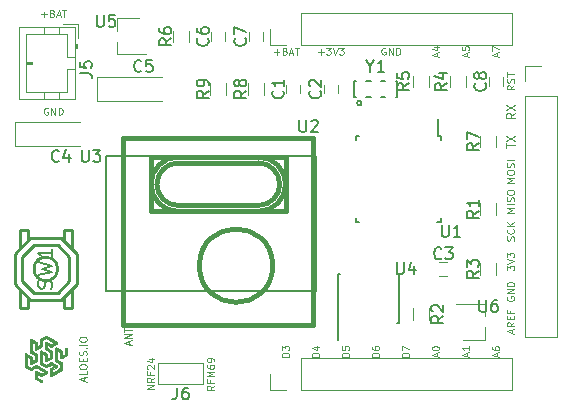
<source format=gto>
G04 #@! TF.FileFunction,Legend,Top*
%FSLAX46Y46*%
G04 Gerber Fmt 4.6, Leading zero omitted, Abs format (unit mm)*
G04 Created by KiCad (PCBNEW 4.0.7-e2-6376~58~ubuntu17.04.1) date Mon Oct  2 11:40:20 2017*
%MOMM*%
%LPD*%
G01*
G04 APERTURE LIST*
%ADD10C,0.100000*%
%ADD11C,0.200000*%
%ADD12C,0.120000*%
%ADD13C,0.254000*%
%ADD14C,0.150000*%
%ADD15C,0.381000*%
%ADD16C,0.203200*%
%ADD17C,0.127000*%
%ADD18C,0.010000*%
%ADD19C,0.152400*%
G04 APERTURE END LIST*
D10*
X164101429Y-110205715D02*
X163815714Y-110405715D01*
X164101429Y-110548572D02*
X163501429Y-110548572D01*
X163501429Y-110320000D01*
X163530000Y-110262858D01*
X163558571Y-110234286D01*
X163615714Y-110205715D01*
X163701429Y-110205715D01*
X163758571Y-110234286D01*
X163787143Y-110262858D01*
X163815714Y-110320000D01*
X163815714Y-110548572D01*
X163787143Y-109748572D02*
X163787143Y-109948572D01*
X164101429Y-109948572D02*
X163501429Y-109948572D01*
X163501429Y-109662858D01*
X164101429Y-109434286D02*
X163501429Y-109434286D01*
X163930000Y-109234286D01*
X163501429Y-109034286D01*
X164101429Y-109034286D01*
X163501429Y-108491429D02*
X163501429Y-108605715D01*
X163530000Y-108662858D01*
X163558571Y-108691429D01*
X163644286Y-108748572D01*
X163758571Y-108777143D01*
X163987143Y-108777143D01*
X164044286Y-108748572D01*
X164072857Y-108720000D01*
X164101429Y-108662858D01*
X164101429Y-108548572D01*
X164072857Y-108491429D01*
X164044286Y-108462858D01*
X163987143Y-108434286D01*
X163844286Y-108434286D01*
X163787143Y-108462858D01*
X163758571Y-108491429D01*
X163730000Y-108548572D01*
X163730000Y-108662858D01*
X163758571Y-108720000D01*
X163787143Y-108748572D01*
X163844286Y-108777143D01*
X164101429Y-108148571D02*
X164101429Y-108034286D01*
X164072857Y-107977143D01*
X164044286Y-107948571D01*
X163958571Y-107891429D01*
X163844286Y-107862857D01*
X163615714Y-107862857D01*
X163558571Y-107891429D01*
X163530000Y-107920000D01*
X163501429Y-107977143D01*
X163501429Y-108091429D01*
X163530000Y-108148571D01*
X163558571Y-108177143D01*
X163615714Y-108205714D01*
X163758571Y-108205714D01*
X163815714Y-108177143D01*
X163844286Y-108148571D01*
X163872857Y-108091429D01*
X163872857Y-107977143D01*
X163844286Y-107920000D01*
X163815714Y-107891429D01*
X163758571Y-107862857D01*
X159021429Y-110520000D02*
X158421429Y-110520000D01*
X159021429Y-110177143D01*
X158421429Y-110177143D01*
X159021429Y-109548572D02*
X158735714Y-109748572D01*
X159021429Y-109891429D02*
X158421429Y-109891429D01*
X158421429Y-109662857D01*
X158450000Y-109605715D01*
X158478571Y-109577143D01*
X158535714Y-109548572D01*
X158621429Y-109548572D01*
X158678571Y-109577143D01*
X158707143Y-109605715D01*
X158735714Y-109662857D01*
X158735714Y-109891429D01*
X158707143Y-109091429D02*
X158707143Y-109291429D01*
X159021429Y-109291429D02*
X158421429Y-109291429D01*
X158421429Y-109005715D01*
X158478571Y-108805714D02*
X158450000Y-108777143D01*
X158421429Y-108720000D01*
X158421429Y-108577143D01*
X158450000Y-108520000D01*
X158478571Y-108491429D01*
X158535714Y-108462857D01*
X158592857Y-108462857D01*
X158678571Y-108491429D01*
X159021429Y-108834286D01*
X159021429Y-108462857D01*
X158621429Y-107948571D02*
X159021429Y-107948571D01*
X158392857Y-108091428D02*
X158821429Y-108234285D01*
X158821429Y-107862857D01*
X156945000Y-106730714D02*
X156945000Y-106445000D01*
X157116429Y-106787857D02*
X156516429Y-106587857D01*
X157116429Y-106387857D01*
X157116429Y-106187857D02*
X156516429Y-106187857D01*
X157116429Y-105845000D01*
X156516429Y-105845000D01*
X156516429Y-105645000D02*
X156516429Y-105302143D01*
X157116429Y-105473572D02*
X156516429Y-105473572D01*
X153135000Y-109807142D02*
X153135000Y-109521428D01*
X153306429Y-109864285D02*
X152706429Y-109664285D01*
X153306429Y-109464285D01*
X153306429Y-108978571D02*
X153306429Y-109264285D01*
X152706429Y-109264285D01*
X152706429Y-108664285D02*
X152706429Y-108549999D01*
X152735000Y-108492857D01*
X152792143Y-108435714D01*
X152906429Y-108407142D01*
X153106429Y-108407142D01*
X153220714Y-108435714D01*
X153277857Y-108492857D01*
X153306429Y-108549999D01*
X153306429Y-108664285D01*
X153277857Y-108721428D01*
X153220714Y-108778571D01*
X153106429Y-108807142D01*
X152906429Y-108807142D01*
X152792143Y-108778571D01*
X152735000Y-108721428D01*
X152706429Y-108664285D01*
X152992143Y-108150000D02*
X152992143Y-107950000D01*
X153306429Y-107864286D02*
X153306429Y-108150000D01*
X152706429Y-108150000D01*
X152706429Y-107864286D01*
X153277857Y-107635714D02*
X153306429Y-107550000D01*
X153306429Y-107407143D01*
X153277857Y-107350000D01*
X153249286Y-107321429D01*
X153192143Y-107292857D01*
X153135000Y-107292857D01*
X153077857Y-107321429D01*
X153049286Y-107350000D01*
X153020714Y-107407143D01*
X152992143Y-107521429D01*
X152963571Y-107578571D01*
X152935000Y-107607143D01*
X152877857Y-107635714D01*
X152820714Y-107635714D01*
X152763571Y-107607143D01*
X152735000Y-107578571D01*
X152706429Y-107521429D01*
X152706429Y-107378571D01*
X152735000Y-107292857D01*
X153249286Y-107035714D02*
X153277857Y-107007142D01*
X153306429Y-107035714D01*
X153277857Y-107064285D01*
X153249286Y-107035714D01*
X153306429Y-107035714D01*
X153306429Y-106750000D02*
X152706429Y-106750000D01*
X152706429Y-106350000D02*
X152706429Y-106235714D01*
X152735000Y-106178572D01*
X152792143Y-106121429D01*
X152906429Y-106092857D01*
X153106429Y-106092857D01*
X153220714Y-106121429D01*
X153277857Y-106178572D01*
X153306429Y-106235714D01*
X153306429Y-106350000D01*
X153277857Y-106407143D01*
X153220714Y-106464286D01*
X153106429Y-106492857D01*
X152906429Y-106492857D01*
X152792143Y-106464286D01*
X152735000Y-106407143D01*
X152706429Y-106350000D01*
X150037858Y-86695000D02*
X149980715Y-86666429D01*
X149895001Y-86666429D01*
X149809286Y-86695000D01*
X149752144Y-86752143D01*
X149723572Y-86809286D01*
X149695001Y-86923571D01*
X149695001Y-87009286D01*
X149723572Y-87123571D01*
X149752144Y-87180714D01*
X149809286Y-87237857D01*
X149895001Y-87266429D01*
X149952144Y-87266429D01*
X150037858Y-87237857D01*
X150066429Y-87209286D01*
X150066429Y-87009286D01*
X149952144Y-87009286D01*
X150323572Y-87266429D02*
X150323572Y-86666429D01*
X150666429Y-87266429D01*
X150666429Y-86666429D01*
X150952143Y-87266429D02*
X150952143Y-86666429D01*
X151095000Y-86666429D01*
X151180715Y-86695000D01*
X151237857Y-86752143D01*
X151266429Y-86809286D01*
X151295000Y-86923571D01*
X151295000Y-87009286D01*
X151266429Y-87123571D01*
X151237857Y-87180714D01*
X151180715Y-87237857D01*
X151095000Y-87266429D01*
X150952143Y-87266429D01*
X149480714Y-78782857D02*
X149937857Y-78782857D01*
X149709286Y-79011429D02*
X149709286Y-78554286D01*
X150423571Y-78697143D02*
X150509285Y-78725714D01*
X150537857Y-78754286D01*
X150566428Y-78811429D01*
X150566428Y-78897143D01*
X150537857Y-78954286D01*
X150509285Y-78982857D01*
X150452143Y-79011429D01*
X150223571Y-79011429D01*
X150223571Y-78411429D01*
X150423571Y-78411429D01*
X150480714Y-78440000D01*
X150509285Y-78468571D01*
X150537857Y-78525714D01*
X150537857Y-78582857D01*
X150509285Y-78640000D01*
X150480714Y-78668571D01*
X150423571Y-78697143D01*
X150223571Y-78697143D01*
X150795000Y-78840000D02*
X151080714Y-78840000D01*
X150737857Y-79011429D02*
X150937857Y-78411429D01*
X151137857Y-79011429D01*
X151252143Y-78411429D02*
X151595000Y-78411429D01*
X151423571Y-79011429D02*
X151423571Y-78411429D01*
D11*
X154940000Y-90805000D02*
X154940000Y-102235000D01*
X172720000Y-90805000D02*
X154940000Y-90805000D01*
X172720000Y-102235000D02*
X172720000Y-90805000D01*
X154940000Y-102235000D02*
X172720000Y-102235000D01*
D10*
X189330000Y-105746428D02*
X189330000Y-105460714D01*
X189501429Y-105803571D02*
X188901429Y-105603571D01*
X189501429Y-105403571D01*
X189501429Y-104860714D02*
X189215714Y-105060714D01*
X189501429Y-105203571D02*
X188901429Y-105203571D01*
X188901429Y-104974999D01*
X188930000Y-104917857D01*
X188958571Y-104889285D01*
X189015714Y-104860714D01*
X189101429Y-104860714D01*
X189158571Y-104889285D01*
X189187143Y-104917857D01*
X189215714Y-104974999D01*
X189215714Y-105203571D01*
X189187143Y-104603571D02*
X189187143Y-104403571D01*
X189501429Y-104317857D02*
X189501429Y-104603571D01*
X188901429Y-104603571D01*
X188901429Y-104317857D01*
X189187143Y-103860714D02*
X189187143Y-104060714D01*
X189501429Y-104060714D02*
X188901429Y-104060714D01*
X188901429Y-103775000D01*
X188930000Y-102692142D02*
X188901429Y-102749285D01*
X188901429Y-102834999D01*
X188930000Y-102920714D01*
X188987143Y-102977856D01*
X189044286Y-103006428D01*
X189158571Y-103034999D01*
X189244286Y-103034999D01*
X189358571Y-103006428D01*
X189415714Y-102977856D01*
X189472857Y-102920714D01*
X189501429Y-102834999D01*
X189501429Y-102777856D01*
X189472857Y-102692142D01*
X189444286Y-102663571D01*
X189244286Y-102663571D01*
X189244286Y-102777856D01*
X189501429Y-102406428D02*
X188901429Y-102406428D01*
X189501429Y-102063571D01*
X188901429Y-102063571D01*
X189501429Y-101777857D02*
X188901429Y-101777857D01*
X188901429Y-101635000D01*
X188930000Y-101549285D01*
X188987143Y-101492143D01*
X189044286Y-101463571D01*
X189158571Y-101435000D01*
X189244286Y-101435000D01*
X189358571Y-101463571D01*
X189415714Y-101492143D01*
X189472857Y-101549285D01*
X189501429Y-101635000D01*
X189501429Y-101777857D01*
X188901429Y-100437858D02*
X188901429Y-100066429D01*
X189130000Y-100266429D01*
X189130000Y-100180715D01*
X189158571Y-100123572D01*
X189187143Y-100095001D01*
X189244286Y-100066429D01*
X189387143Y-100066429D01*
X189444286Y-100095001D01*
X189472857Y-100123572D01*
X189501429Y-100180715D01*
X189501429Y-100352143D01*
X189472857Y-100409286D01*
X189444286Y-100437858D01*
X188901429Y-99895000D02*
X189501429Y-99695000D01*
X188901429Y-99495000D01*
X188901429Y-99352143D02*
X188901429Y-98980714D01*
X189130000Y-99180714D01*
X189130000Y-99095000D01*
X189158571Y-99037857D01*
X189187143Y-99009286D01*
X189244286Y-98980714D01*
X189387143Y-98980714D01*
X189444286Y-99009286D01*
X189472857Y-99037857D01*
X189501429Y-99095000D01*
X189501429Y-99266428D01*
X189472857Y-99323571D01*
X189444286Y-99352143D01*
X189472857Y-97926428D02*
X189501429Y-97840714D01*
X189501429Y-97697857D01*
X189472857Y-97640714D01*
X189444286Y-97612143D01*
X189387143Y-97583571D01*
X189330000Y-97583571D01*
X189272857Y-97612143D01*
X189244286Y-97640714D01*
X189215714Y-97697857D01*
X189187143Y-97812143D01*
X189158571Y-97869285D01*
X189130000Y-97897857D01*
X189072857Y-97926428D01*
X189015714Y-97926428D01*
X188958571Y-97897857D01*
X188930000Y-97869285D01*
X188901429Y-97812143D01*
X188901429Y-97669285D01*
X188930000Y-97583571D01*
X189444286Y-96983571D02*
X189472857Y-97012142D01*
X189501429Y-97097856D01*
X189501429Y-97154999D01*
X189472857Y-97240714D01*
X189415714Y-97297856D01*
X189358571Y-97326428D01*
X189244286Y-97354999D01*
X189158571Y-97354999D01*
X189044286Y-97326428D01*
X188987143Y-97297856D01*
X188930000Y-97240714D01*
X188901429Y-97154999D01*
X188901429Y-97097856D01*
X188930000Y-97012142D01*
X188958571Y-96983571D01*
X189501429Y-96726428D02*
X188901429Y-96726428D01*
X189501429Y-96383571D02*
X189158571Y-96640714D01*
X188901429Y-96383571D02*
X189244286Y-96726428D01*
X189501429Y-95557857D02*
X188901429Y-95557857D01*
X189330000Y-95357857D01*
X188901429Y-95157857D01*
X189501429Y-95157857D01*
X189501429Y-94872143D02*
X188901429Y-94872143D01*
X189472857Y-94615000D02*
X189501429Y-94529286D01*
X189501429Y-94386429D01*
X189472857Y-94329286D01*
X189444286Y-94300715D01*
X189387143Y-94272143D01*
X189330000Y-94272143D01*
X189272857Y-94300715D01*
X189244286Y-94329286D01*
X189215714Y-94386429D01*
X189187143Y-94500715D01*
X189158571Y-94557857D01*
X189130000Y-94586429D01*
X189072857Y-94615000D01*
X189015714Y-94615000D01*
X188958571Y-94586429D01*
X188930000Y-94557857D01*
X188901429Y-94500715D01*
X188901429Y-94357857D01*
X188930000Y-94272143D01*
X188901429Y-93900714D02*
X188901429Y-93786428D01*
X188930000Y-93729286D01*
X188987143Y-93672143D01*
X189101429Y-93643571D01*
X189301429Y-93643571D01*
X189415714Y-93672143D01*
X189472857Y-93729286D01*
X189501429Y-93786428D01*
X189501429Y-93900714D01*
X189472857Y-93957857D01*
X189415714Y-94015000D01*
X189301429Y-94043571D01*
X189101429Y-94043571D01*
X188987143Y-94015000D01*
X188930000Y-93957857D01*
X188901429Y-93900714D01*
X189501429Y-93017857D02*
X188901429Y-93017857D01*
X189330000Y-92817857D01*
X188901429Y-92617857D01*
X189501429Y-92617857D01*
X188901429Y-92217857D02*
X188901429Y-92103571D01*
X188930000Y-92046429D01*
X188987143Y-91989286D01*
X189101429Y-91960714D01*
X189301429Y-91960714D01*
X189415714Y-91989286D01*
X189472857Y-92046429D01*
X189501429Y-92103571D01*
X189501429Y-92217857D01*
X189472857Y-92275000D01*
X189415714Y-92332143D01*
X189301429Y-92360714D01*
X189101429Y-92360714D01*
X188987143Y-92332143D01*
X188930000Y-92275000D01*
X188901429Y-92217857D01*
X189472857Y-91732143D02*
X189501429Y-91646429D01*
X189501429Y-91503572D01*
X189472857Y-91446429D01*
X189444286Y-91417858D01*
X189387143Y-91389286D01*
X189330000Y-91389286D01*
X189272857Y-91417858D01*
X189244286Y-91446429D01*
X189215714Y-91503572D01*
X189187143Y-91617858D01*
X189158571Y-91675000D01*
X189130000Y-91703572D01*
X189072857Y-91732143D01*
X189015714Y-91732143D01*
X188958571Y-91703572D01*
X188930000Y-91675000D01*
X188901429Y-91617858D01*
X188901429Y-91475000D01*
X188930000Y-91389286D01*
X189501429Y-91132143D02*
X188901429Y-91132143D01*
X188846667Y-90068333D02*
X188846667Y-89668333D01*
X189546667Y-89868333D02*
X188846667Y-89868333D01*
X188846667Y-89501667D02*
X189546667Y-89035000D01*
X188846667Y-89035000D02*
X189546667Y-89501667D01*
X189501429Y-84783572D02*
X189215714Y-84983572D01*
X189501429Y-85126429D02*
X188901429Y-85126429D01*
X188901429Y-84897857D01*
X188930000Y-84840715D01*
X188958571Y-84812143D01*
X189015714Y-84783572D01*
X189101429Y-84783572D01*
X189158571Y-84812143D01*
X189187143Y-84840715D01*
X189215714Y-84897857D01*
X189215714Y-85126429D01*
X189472857Y-84555000D02*
X189501429Y-84469286D01*
X189501429Y-84326429D01*
X189472857Y-84269286D01*
X189444286Y-84240715D01*
X189387143Y-84212143D01*
X189330000Y-84212143D01*
X189272857Y-84240715D01*
X189244286Y-84269286D01*
X189215714Y-84326429D01*
X189187143Y-84440715D01*
X189158571Y-84497857D01*
X189130000Y-84526429D01*
X189072857Y-84555000D01*
X189015714Y-84555000D01*
X188958571Y-84526429D01*
X188930000Y-84497857D01*
X188901429Y-84440715D01*
X188901429Y-84297857D01*
X188930000Y-84212143D01*
X188901429Y-84040714D02*
X188901429Y-83697857D01*
X189501429Y-83869286D02*
X188901429Y-83869286D01*
X189546667Y-87111666D02*
X189213333Y-87345000D01*
X189546667Y-87511666D02*
X188846667Y-87511666D01*
X188846667Y-87245000D01*
X188880000Y-87178333D01*
X188913333Y-87145000D01*
X188980000Y-87111666D01*
X189080000Y-87111666D01*
X189146667Y-87145000D01*
X189180000Y-87178333D01*
X189213333Y-87245000D01*
X189213333Y-87511666D01*
X188846667Y-86878333D02*
X189546667Y-86411666D01*
X188846667Y-86411666D02*
X189546667Y-86878333D01*
X188060000Y-107743571D02*
X188060000Y-107457857D01*
X188231429Y-107800714D02*
X187631429Y-107600714D01*
X188231429Y-107400714D01*
X187631429Y-106943571D02*
X187631429Y-107057857D01*
X187660000Y-107115000D01*
X187688571Y-107143571D01*
X187774286Y-107200714D01*
X187888571Y-107229285D01*
X188117143Y-107229285D01*
X188174286Y-107200714D01*
X188202857Y-107172142D01*
X188231429Y-107115000D01*
X188231429Y-107000714D01*
X188202857Y-106943571D01*
X188174286Y-106915000D01*
X188117143Y-106886428D01*
X187974286Y-106886428D01*
X187917143Y-106915000D01*
X187888571Y-106943571D01*
X187860000Y-107000714D01*
X187860000Y-107115000D01*
X187888571Y-107172142D01*
X187917143Y-107200714D01*
X187974286Y-107229285D01*
X185520000Y-107743571D02*
X185520000Y-107457857D01*
X185691429Y-107800714D02*
X185091429Y-107600714D01*
X185691429Y-107400714D01*
X185691429Y-106886428D02*
X185691429Y-107229285D01*
X185691429Y-107057857D02*
X185091429Y-107057857D01*
X185177143Y-107115000D01*
X185234286Y-107172142D01*
X185262857Y-107229285D01*
X182980000Y-107743571D02*
X182980000Y-107457857D01*
X183151429Y-107800714D02*
X182551429Y-107600714D01*
X183151429Y-107400714D01*
X182551429Y-107086428D02*
X182551429Y-107029285D01*
X182580000Y-106972142D01*
X182608571Y-106943571D01*
X182665714Y-106915000D01*
X182780000Y-106886428D01*
X182922857Y-106886428D01*
X183037143Y-106915000D01*
X183094286Y-106943571D01*
X183122857Y-106972142D01*
X183151429Y-107029285D01*
X183151429Y-107086428D01*
X183122857Y-107143571D01*
X183094286Y-107172142D01*
X183037143Y-107200714D01*
X182922857Y-107229285D01*
X182780000Y-107229285D01*
X182665714Y-107200714D01*
X182608571Y-107172142D01*
X182580000Y-107143571D01*
X182551429Y-107086428D01*
X180611429Y-107757857D02*
X180011429Y-107757857D01*
X180011429Y-107615000D01*
X180040000Y-107529285D01*
X180097143Y-107472143D01*
X180154286Y-107443571D01*
X180268571Y-107415000D01*
X180354286Y-107415000D01*
X180468571Y-107443571D01*
X180525714Y-107472143D01*
X180582857Y-107529285D01*
X180611429Y-107615000D01*
X180611429Y-107757857D01*
X180011429Y-107215000D02*
X180011429Y-106815000D01*
X180611429Y-107072143D01*
X178612858Y-81615000D02*
X178555715Y-81586429D01*
X178470001Y-81586429D01*
X178384286Y-81615000D01*
X178327144Y-81672143D01*
X178298572Y-81729286D01*
X178270001Y-81843571D01*
X178270001Y-81929286D01*
X178298572Y-82043571D01*
X178327144Y-82100714D01*
X178384286Y-82157857D01*
X178470001Y-82186429D01*
X178527144Y-82186429D01*
X178612858Y-82157857D01*
X178641429Y-82129286D01*
X178641429Y-81929286D01*
X178527144Y-81929286D01*
X178898572Y-82186429D02*
X178898572Y-81586429D01*
X179241429Y-82186429D01*
X179241429Y-81586429D01*
X179527143Y-82186429D02*
X179527143Y-81586429D01*
X179670000Y-81586429D01*
X179755715Y-81615000D01*
X179812857Y-81672143D01*
X179841429Y-81729286D01*
X179870000Y-81843571D01*
X179870000Y-81929286D01*
X179841429Y-82043571D01*
X179812857Y-82100714D01*
X179755715Y-82157857D01*
X179670000Y-82186429D01*
X179527143Y-82186429D01*
X188060000Y-82343571D02*
X188060000Y-82057857D01*
X188231429Y-82400714D02*
X187631429Y-82200714D01*
X188231429Y-82000714D01*
X187631429Y-81857857D02*
X187631429Y-81457857D01*
X188231429Y-81715000D01*
X185520000Y-82343571D02*
X185520000Y-82057857D01*
X185691429Y-82400714D02*
X185091429Y-82200714D01*
X185691429Y-82000714D01*
X185091429Y-81515000D02*
X185091429Y-81800714D01*
X185377143Y-81829285D01*
X185348571Y-81800714D01*
X185320000Y-81743571D01*
X185320000Y-81600714D01*
X185348571Y-81543571D01*
X185377143Y-81515000D01*
X185434286Y-81486428D01*
X185577143Y-81486428D01*
X185634286Y-81515000D01*
X185662857Y-81543571D01*
X185691429Y-81600714D01*
X185691429Y-81743571D01*
X185662857Y-81800714D01*
X185634286Y-81829285D01*
X182980000Y-82343571D02*
X182980000Y-82057857D01*
X183151429Y-82400714D02*
X182551429Y-82200714D01*
X183151429Y-82000714D01*
X182751429Y-81543571D02*
X183151429Y-81543571D01*
X182522857Y-81686428D02*
X182951429Y-81829285D01*
X182951429Y-81457857D01*
X172932857Y-81957857D02*
X173390000Y-81957857D01*
X173161429Y-82186429D02*
X173161429Y-81729286D01*
X173618571Y-81586429D02*
X173990000Y-81586429D01*
X173790000Y-81815000D01*
X173875714Y-81815000D01*
X173932857Y-81843571D01*
X173961428Y-81872143D01*
X173990000Y-81929286D01*
X173990000Y-82072143D01*
X173961428Y-82129286D01*
X173932857Y-82157857D01*
X173875714Y-82186429D01*
X173704286Y-82186429D01*
X173647143Y-82157857D01*
X173618571Y-82129286D01*
X174161429Y-81586429D02*
X174361429Y-82186429D01*
X174561429Y-81586429D01*
X174704286Y-81586429D02*
X175075715Y-81586429D01*
X174875715Y-81815000D01*
X174961429Y-81815000D01*
X175018572Y-81843571D01*
X175047143Y-81872143D01*
X175075715Y-81929286D01*
X175075715Y-82072143D01*
X175047143Y-82129286D01*
X175018572Y-82157857D01*
X174961429Y-82186429D01*
X174790001Y-82186429D01*
X174732858Y-82157857D01*
X174704286Y-82129286D01*
X169165714Y-81957857D02*
X169622857Y-81957857D01*
X169394286Y-82186429D02*
X169394286Y-81729286D01*
X170108571Y-81872143D02*
X170194285Y-81900714D01*
X170222857Y-81929286D01*
X170251428Y-81986429D01*
X170251428Y-82072143D01*
X170222857Y-82129286D01*
X170194285Y-82157857D01*
X170137143Y-82186429D01*
X169908571Y-82186429D01*
X169908571Y-81586429D01*
X170108571Y-81586429D01*
X170165714Y-81615000D01*
X170194285Y-81643571D01*
X170222857Y-81700714D01*
X170222857Y-81757857D01*
X170194285Y-81815000D01*
X170165714Y-81843571D01*
X170108571Y-81872143D01*
X169908571Y-81872143D01*
X170480000Y-82015000D02*
X170765714Y-82015000D01*
X170422857Y-82186429D02*
X170622857Y-81586429D01*
X170822857Y-82186429D01*
X170937143Y-81586429D02*
X171280000Y-81586429D01*
X171108571Y-82186429D02*
X171108571Y-81586429D01*
X178071429Y-107757857D02*
X177471429Y-107757857D01*
X177471429Y-107615000D01*
X177500000Y-107529285D01*
X177557143Y-107472143D01*
X177614286Y-107443571D01*
X177728571Y-107415000D01*
X177814286Y-107415000D01*
X177928571Y-107443571D01*
X177985714Y-107472143D01*
X178042857Y-107529285D01*
X178071429Y-107615000D01*
X178071429Y-107757857D01*
X177471429Y-106900714D02*
X177471429Y-107015000D01*
X177500000Y-107072143D01*
X177528571Y-107100714D01*
X177614286Y-107157857D01*
X177728571Y-107186428D01*
X177957143Y-107186428D01*
X178014286Y-107157857D01*
X178042857Y-107129285D01*
X178071429Y-107072143D01*
X178071429Y-106957857D01*
X178042857Y-106900714D01*
X178014286Y-106872143D01*
X177957143Y-106843571D01*
X177814286Y-106843571D01*
X177757143Y-106872143D01*
X177728571Y-106900714D01*
X177700000Y-106957857D01*
X177700000Y-107072143D01*
X177728571Y-107129285D01*
X177757143Y-107157857D01*
X177814286Y-107186428D01*
X175531429Y-107757857D02*
X174931429Y-107757857D01*
X174931429Y-107615000D01*
X174960000Y-107529285D01*
X175017143Y-107472143D01*
X175074286Y-107443571D01*
X175188571Y-107415000D01*
X175274286Y-107415000D01*
X175388571Y-107443571D01*
X175445714Y-107472143D01*
X175502857Y-107529285D01*
X175531429Y-107615000D01*
X175531429Y-107757857D01*
X174931429Y-106872143D02*
X174931429Y-107157857D01*
X175217143Y-107186428D01*
X175188571Y-107157857D01*
X175160000Y-107100714D01*
X175160000Y-106957857D01*
X175188571Y-106900714D01*
X175217143Y-106872143D01*
X175274286Y-106843571D01*
X175417143Y-106843571D01*
X175474286Y-106872143D01*
X175502857Y-106900714D01*
X175531429Y-106957857D01*
X175531429Y-107100714D01*
X175502857Y-107157857D01*
X175474286Y-107186428D01*
X172991429Y-107757857D02*
X172391429Y-107757857D01*
X172391429Y-107615000D01*
X172420000Y-107529285D01*
X172477143Y-107472143D01*
X172534286Y-107443571D01*
X172648571Y-107415000D01*
X172734286Y-107415000D01*
X172848571Y-107443571D01*
X172905714Y-107472143D01*
X172962857Y-107529285D01*
X172991429Y-107615000D01*
X172991429Y-107757857D01*
X172591429Y-106900714D02*
X172991429Y-106900714D01*
X172362857Y-107043571D02*
X172791429Y-107186428D01*
X172791429Y-106815000D01*
X170451429Y-107757857D02*
X169851429Y-107757857D01*
X169851429Y-107615000D01*
X169880000Y-107529285D01*
X169937143Y-107472143D01*
X169994286Y-107443571D01*
X170108571Y-107415000D01*
X170194286Y-107415000D01*
X170308571Y-107443571D01*
X170365714Y-107472143D01*
X170422857Y-107529285D01*
X170451429Y-107615000D01*
X170451429Y-107757857D01*
X169851429Y-107215000D02*
X169851429Y-106843571D01*
X170080000Y-107043571D01*
X170080000Y-106957857D01*
X170108571Y-106900714D01*
X170137143Y-106872143D01*
X170194286Y-106843571D01*
X170337143Y-106843571D01*
X170394286Y-106872143D01*
X170422857Y-106900714D01*
X170451429Y-106957857D01*
X170451429Y-107129285D01*
X170422857Y-107186428D01*
X170394286Y-107215000D01*
D12*
X170215000Y-85440000D02*
X170215000Y-84740000D01*
X171415000Y-84740000D02*
X171415000Y-85440000D01*
X174590000Y-84740000D02*
X174590000Y-85440000D01*
X173390000Y-85440000D02*
X173390000Y-84740000D01*
X183165000Y-99730000D02*
X183865000Y-99730000D01*
X183865000Y-100930000D02*
X183165000Y-100930000D01*
X147230000Y-87850000D02*
X152730000Y-87850000D01*
X147230000Y-89950000D02*
X152730000Y-89950000D01*
X147230000Y-87850000D02*
X147230000Y-89950000D01*
X154215000Y-84040000D02*
X159715000Y-84040000D01*
X154215000Y-86140000D02*
X159715000Y-86140000D01*
X154215000Y-84040000D02*
X154215000Y-86140000D01*
X165065000Y-80295000D02*
X165065000Y-80995000D01*
X163865000Y-80995000D02*
X163865000Y-80295000D01*
X168240000Y-80295000D02*
X168240000Y-80995000D01*
X167040000Y-80995000D02*
X167040000Y-80295000D01*
X187360000Y-84805000D02*
X187360000Y-84105000D01*
X188560000Y-84105000D02*
X188560000Y-84805000D01*
X189290000Y-110550000D02*
X189290000Y-107890000D01*
X171450000Y-110550000D02*
X189290000Y-110550000D01*
X171450000Y-107890000D02*
X189290000Y-107890000D01*
X171450000Y-110550000D02*
X171450000Y-107890000D01*
X170180000Y-110550000D02*
X168850000Y-110550000D01*
X168850000Y-110550000D02*
X168850000Y-109220000D01*
X189290000Y-81340000D02*
X189290000Y-78680000D01*
X171450000Y-81340000D02*
X189290000Y-81340000D01*
X171450000Y-78680000D02*
X189290000Y-78680000D01*
X171450000Y-81340000D02*
X171450000Y-78680000D01*
X170180000Y-81340000D02*
X168850000Y-81340000D01*
X168850000Y-81340000D02*
X168850000Y-80010000D01*
X152295000Y-79865000D02*
X147595000Y-79865000D01*
X147595000Y-79865000D02*
X147595000Y-85965000D01*
X147595000Y-85965000D02*
X152295000Y-85965000D01*
X152295000Y-85965000D02*
X152295000Y-79865000D01*
X152295000Y-82415000D02*
X151695000Y-82415000D01*
X151695000Y-82415000D02*
X151695000Y-80465000D01*
X151695000Y-80465000D02*
X148195000Y-80465000D01*
X148195000Y-80465000D02*
X148195000Y-85365000D01*
X148195000Y-85365000D02*
X151695000Y-85365000D01*
X151695000Y-85365000D02*
X151695000Y-83415000D01*
X151695000Y-83415000D02*
X152295000Y-83415000D01*
X150995000Y-79865000D02*
X150995000Y-80465000D01*
X149695000Y-79865000D02*
X149695000Y-80465000D01*
X150995000Y-85965000D02*
X150995000Y-85365000D01*
X149695000Y-85965000D02*
X149695000Y-85365000D01*
X152295000Y-81615000D02*
X152495000Y-81615000D01*
X152495000Y-81615000D02*
X152495000Y-81315000D01*
X152495000Y-81315000D02*
X152295000Y-81315000D01*
X152395000Y-81615000D02*
X152395000Y-81315000D01*
X148195000Y-82815000D02*
X148695000Y-82815000D01*
X148695000Y-82815000D02*
X148695000Y-83015000D01*
X148695000Y-83015000D02*
X148195000Y-83015000D01*
X148195000Y-82915000D02*
X148695000Y-82915000D01*
X152595000Y-80815000D02*
X152595000Y-79565000D01*
X152595000Y-79565000D02*
X151345000Y-79565000D01*
X186645000Y-95750000D02*
X186645000Y-94750000D01*
X188005000Y-94750000D02*
X188005000Y-95750000D01*
X180930000Y-104640000D02*
X180930000Y-103640000D01*
X182290000Y-103640000D02*
X182290000Y-104640000D01*
X186645000Y-100830000D02*
X186645000Y-99830000D01*
X188005000Y-99830000D02*
X188005000Y-100830000D01*
X185465000Y-83955000D02*
X185465000Y-84955000D01*
X184105000Y-84955000D02*
X184105000Y-83955000D01*
X182290000Y-83955000D02*
X182290000Y-84955000D01*
X180930000Y-84955000D02*
X180930000Y-83955000D01*
X160610000Y-81145000D02*
X160610000Y-80145000D01*
X161970000Y-80145000D02*
X161970000Y-81145000D01*
X186645000Y-90035000D02*
X186645000Y-89035000D01*
X188005000Y-89035000D02*
X188005000Y-90035000D01*
X166960000Y-85590000D02*
X166960000Y-84590000D01*
X168320000Y-84590000D02*
X168320000Y-85590000D01*
X165145000Y-84590000D02*
X165145000Y-85590000D01*
X163785000Y-85590000D02*
X163785000Y-84590000D01*
D13*
X151361140Y-102730300D02*
X151361140Y-103629460D01*
X151361140Y-103629460D02*
X152059640Y-103629460D01*
X152059640Y-103629460D02*
X152059640Y-102029260D01*
X147660360Y-102029260D02*
X147660360Y-103629460D01*
X147660360Y-103629460D02*
X148358860Y-103629460D01*
X148358860Y-103629460D02*
X148358860Y-102730300D01*
X148358860Y-97030540D02*
X147660360Y-97030540D01*
X147660360Y-97030540D02*
X147660360Y-98630740D01*
X148358860Y-97030540D02*
X148358860Y-97929700D01*
X152059640Y-98630740D02*
X152059640Y-97030540D01*
X152059640Y-97030540D02*
X151361140Y-97030540D01*
X151361140Y-97030540D02*
X151361140Y-97929700D01*
X148859240Y-98331020D02*
X147861020Y-99329240D01*
X147861020Y-99329240D02*
X147861020Y-101330760D01*
X147861020Y-101330760D02*
X148859240Y-102328980D01*
X148859240Y-102328980D02*
X150860760Y-102328980D01*
X150860760Y-102328980D02*
X151858980Y-101330760D01*
X151858980Y-101330760D02*
X151858980Y-99329240D01*
X151858980Y-99329240D02*
X150860760Y-98331020D01*
X150860760Y-98331020D02*
X148859240Y-98331020D01*
X147259040Y-99029520D02*
X147259040Y-101630480D01*
X151160480Y-97729040D02*
X148559520Y-97729040D01*
X147259040Y-101630480D02*
X148559520Y-102930960D01*
X148559520Y-102930960D02*
X151160480Y-102930960D01*
X151160480Y-102930960D02*
X152460960Y-101630480D01*
X152460960Y-101630480D02*
X152460960Y-99029520D01*
X148559520Y-97729040D02*
X147259040Y-99029520D01*
X152460960Y-99029520D02*
X151160480Y-97729040D01*
X150860760Y-100330000D02*
G75*
G03X150860760Y-100330000I-1000760J0D01*
G01*
D14*
X183330000Y-89085000D02*
X183105000Y-89085000D01*
X183330000Y-96335000D02*
X183005000Y-96335000D01*
X176080000Y-96335000D02*
X176405000Y-96335000D01*
X176080000Y-89085000D02*
X176405000Y-89085000D01*
X183330000Y-89085000D02*
X183330000Y-89410000D01*
X176080000Y-89085000D02*
X176080000Y-89410000D01*
X176080000Y-96335000D02*
X176080000Y-96010000D01*
X183330000Y-96335000D02*
X183330000Y-96010000D01*
X183105000Y-89085000D02*
X183105000Y-87660000D01*
D15*
X167866060Y-94955360D02*
X161063940Y-94955360D01*
X161063940Y-91356180D02*
X167866060Y-91356180D01*
X159263080Y-93154500D02*
G75*
G03X161063940Y-94955360I1800860J0D01*
G01*
X161063940Y-91356180D02*
G75*
G03X159265620Y-93154500I0J-1798320D01*
G01*
X167866060Y-94952820D02*
G75*
G03X169664380Y-93154500I0J1798320D01*
G01*
X169664380Y-93154500D02*
G75*
G03X167866060Y-91356180I-1798320J0D01*
G01*
X158762700Y-93154500D02*
G75*
G03X161063940Y-95455740I2301240J0D01*
G01*
X161063940Y-90855800D02*
G75*
G03X158765240Y-93154500I0J-2298700D01*
G01*
X167866060Y-95453200D02*
G75*
G03X170164760Y-93154500I0J2298700D01*
G01*
X170164760Y-93154500D02*
G75*
G03X167866060Y-90855800I-2298700J0D01*
G01*
X158765240Y-95455740D02*
X158765240Y-90855800D01*
X158765240Y-90855800D02*
X170164760Y-90855800D01*
X170164760Y-90855800D02*
X170164760Y-95455740D01*
X170164760Y-95455740D02*
X158765240Y-95455740D01*
X169067480Y-100055680D02*
G75*
G03X169067480Y-100055680I-3101340J0D01*
G01*
X172514260Y-89204800D02*
X172514260Y-105105200D01*
X172514260Y-105105200D02*
X156415740Y-105105200D01*
X156415740Y-105105200D02*
X156415740Y-89204800D01*
X156415740Y-89204800D02*
X172514260Y-89204800D01*
D14*
X174590000Y-104945000D02*
X174640000Y-104945000D01*
X174590000Y-100795000D02*
X174735000Y-100795000D01*
X179740000Y-100795000D02*
X179595000Y-100795000D01*
X179740000Y-104945000D02*
X179595000Y-104945000D01*
X174590000Y-104945000D02*
X174590000Y-100795000D01*
X179740000Y-104945000D02*
X179740000Y-100795000D01*
X174640000Y-104945000D02*
X174640000Y-106345000D01*
D12*
X155895000Y-80145000D02*
X155895000Y-79095000D01*
X155895000Y-79095000D02*
X157745000Y-79095000D01*
X155895000Y-82145000D02*
X155895000Y-81145000D01*
X155915000Y-82155000D02*
X158345000Y-82155000D01*
X187005000Y-105275000D02*
X187005000Y-106325000D01*
X187005000Y-106325000D02*
X185155000Y-106325000D01*
X187005000Y-103275000D02*
X187005000Y-104275000D01*
X186985000Y-103265000D02*
X184555000Y-103265000D01*
D16*
X179500000Y-84440000D02*
X179600000Y-84440000D01*
X179600000Y-84440000D02*
X179600000Y-85740000D01*
X179600000Y-85740000D02*
X179500000Y-85740000D01*
X176100000Y-85740000D02*
X175950000Y-85740000D01*
X175950000Y-85740000D02*
X175950000Y-84440000D01*
X175950000Y-84440000D02*
X176100000Y-84440000D01*
D17*
X177000000Y-84440000D02*
X177400000Y-84440000D01*
X178200000Y-84440000D02*
X178600000Y-84440000D01*
X177000000Y-85740000D02*
X177400000Y-85740000D01*
X178200000Y-85740000D02*
X178600000Y-85740000D01*
X176600000Y-86290000D02*
G75*
G03X176600000Y-86290000I-200000J0D01*
G01*
D12*
X190440000Y-106105000D02*
X193100000Y-106105000D01*
X190440000Y-85725000D02*
X190440000Y-106105000D01*
X193100000Y-85725000D02*
X193100000Y-106105000D01*
X190440000Y-85725000D02*
X193100000Y-85725000D01*
X190440000Y-84455000D02*
X190440000Y-83125000D01*
X190440000Y-83125000D02*
X191770000Y-83125000D01*
D18*
G36*
X148065126Y-107959945D02*
X148065220Y-107868675D01*
X148065419Y-107791716D01*
X148065760Y-107727758D01*
X148066284Y-107675489D01*
X148067027Y-107633599D01*
X148068028Y-107600776D01*
X148069325Y-107575709D01*
X148070957Y-107557088D01*
X148072962Y-107543601D01*
X148075379Y-107533938D01*
X148078245Y-107526787D01*
X148081030Y-107521758D01*
X148106640Y-107494028D01*
X148139393Y-107479938D01*
X148175443Y-107481031D01*
X148179662Y-107482211D01*
X148195949Y-107489233D01*
X148224091Y-107503526D01*
X148261785Y-107523756D01*
X148306725Y-107548590D01*
X148356606Y-107576695D01*
X148409124Y-107606739D01*
X148461973Y-107637388D01*
X148512848Y-107667309D01*
X148559445Y-107695170D01*
X148599458Y-107719638D01*
X148630583Y-107739379D01*
X148650515Y-107753061D01*
X148656037Y-107757694D01*
X148662113Y-107765064D01*
X148666798Y-107774116D01*
X148670367Y-107787179D01*
X148673096Y-107806585D01*
X148675261Y-107834664D01*
X148677138Y-107873746D01*
X148679004Y-107926163D01*
X148680108Y-107960985D01*
X148681922Y-108014701D01*
X148683804Y-108062224D01*
X148685635Y-108101121D01*
X148687296Y-108128962D01*
X148688666Y-108143313D01*
X148689121Y-108144733D01*
X148697205Y-108140723D01*
X148717349Y-108129658D01*
X148746968Y-108112988D01*
X148783477Y-108092162D01*
X148806154Y-108079117D01*
X148919884Y-108013500D01*
X148920200Y-107623186D01*
X148728386Y-107513873D01*
X148675549Y-107483381D01*
X148626730Y-107454488D01*
X148584149Y-107428565D01*
X148550027Y-107406984D01*
X148526586Y-107391117D01*
X148516719Y-107383150D01*
X148496867Y-107361740D01*
X148496867Y-106293855D01*
X148524787Y-106266794D01*
X148538613Y-106254194D01*
X148551887Y-106245167D01*
X148566269Y-106240259D01*
X148583417Y-106240016D01*
X148604992Y-106244985D01*
X148632654Y-106255711D01*
X148668061Y-106272741D01*
X148712872Y-106296622D01*
X148768749Y-106327898D01*
X148837349Y-106367117D01*
X148847734Y-106373083D01*
X148919273Y-106414520D01*
X148976979Y-106448706D01*
X149021966Y-106476354D01*
X149055343Y-106498176D01*
X149078222Y-106514885D01*
X149091716Y-106527195D01*
X149095235Y-106531833D01*
X149100610Y-106542704D01*
X149104771Y-106557023D01*
X149107955Y-106577221D01*
X149110401Y-106605729D01*
X149112348Y-106644977D01*
X149114035Y-106697397D01*
X149114934Y-106732550D01*
X149119167Y-106907868D01*
X149235583Y-106839682D01*
X149352000Y-106771496D01*
X149353077Y-106617798D01*
X149353761Y-106559858D01*
X149354949Y-106499717D01*
X149356504Y-106442683D01*
X149358291Y-106394062D01*
X149359427Y-106370967D01*
X149364700Y-106277833D01*
X149411267Y-106247081D01*
X149431506Y-106234277D01*
X149463787Y-106214539D01*
X149505503Y-106189429D01*
X149554048Y-106160511D01*
X149606814Y-106129345D01*
X149647884Y-106105264D01*
X149707415Y-106070673D01*
X149754416Y-106043920D01*
X149790831Y-106024050D01*
X149818601Y-106010109D01*
X149839668Y-106001142D01*
X149855974Y-105996195D01*
X149869461Y-105994312D01*
X149873800Y-105994200D01*
X149882672Y-105994965D01*
X149893782Y-105997677D01*
X149908291Y-106002954D01*
X149927360Y-106011419D01*
X149952149Y-106023693D01*
X149983819Y-106040398D01*
X150023530Y-106062153D01*
X150072442Y-106089580D01*
X150131717Y-106123301D01*
X150202514Y-106163936D01*
X150285995Y-106212107D01*
X150348383Y-106248201D01*
X150430677Y-106296049D01*
X150508059Y-106341436D01*
X150579271Y-106383601D01*
X150643055Y-106421780D01*
X150698155Y-106455213D01*
X150743312Y-106483138D01*
X150777268Y-106504793D01*
X150798767Y-106519415D01*
X150806108Y-106525485D01*
X150821908Y-106557355D01*
X150823691Y-106593711D01*
X150811342Y-106628880D01*
X150800929Y-106639827D01*
X150779023Y-106656368D01*
X150744911Y-106678958D01*
X150697882Y-106708051D01*
X150637224Y-106744100D01*
X150567200Y-106784703D01*
X150500759Y-106822722D01*
X150447183Y-106852923D01*
X150404790Y-106876145D01*
X150371895Y-106893232D01*
X150346813Y-106905026D01*
X150327860Y-106912367D01*
X150313352Y-106916098D01*
X150302392Y-106917066D01*
X150286334Y-106915485D01*
X150267281Y-106909971D01*
X150242690Y-106899369D01*
X150210017Y-106882523D01*
X150166722Y-106858277D01*
X150143325Y-106844779D01*
X150100213Y-106819844D01*
X150060541Y-106797065D01*
X150027340Y-106778168D01*
X150003644Y-106764883D01*
X149994425Y-106759895D01*
X149970067Y-106747298D01*
X149970329Y-107022900D01*
X150162815Y-107132966D01*
X150215657Y-107163535D01*
X150264438Y-107192420D01*
X150306956Y-107218266D01*
X150341012Y-107239717D01*
X150364405Y-107255416D01*
X150374350Y-107263319D01*
X150379494Y-107269106D01*
X150383615Y-107275545D01*
X150386824Y-107284445D01*
X150389231Y-107297612D01*
X150390948Y-107316855D01*
X150392085Y-107343980D01*
X150392753Y-107380795D01*
X150393064Y-107429108D01*
X150393129Y-107490724D01*
X150393057Y-107567453D01*
X150393056Y-107568119D01*
X150392712Y-107852633D01*
X150369773Y-107878638D01*
X150355421Y-107890714D01*
X150328880Y-107909062D01*
X150292384Y-107932412D01*
X150248167Y-107959495D01*
X150198462Y-107989040D01*
X150145504Y-108019777D01*
X150091527Y-108050436D01*
X150038764Y-108079747D01*
X149989450Y-108106440D01*
X149945818Y-108129246D01*
X149910101Y-108146893D01*
X149884536Y-108158113D01*
X149871931Y-108161667D01*
X149845766Y-108154951D01*
X149816566Y-108136632D01*
X149815363Y-108135650D01*
X149783800Y-108109634D01*
X149782881Y-107913400D01*
X149782378Y-107854153D01*
X149781479Y-107797643D01*
X149780270Y-107747069D01*
X149778832Y-107705631D01*
X149777248Y-107676527D01*
X149776531Y-107668492D01*
X149771100Y-107619818D01*
X149654683Y-107552921D01*
X149538267Y-107486025D01*
X149538267Y-108260047D01*
X149704793Y-108355499D01*
X149759379Y-108386602D01*
X149801351Y-108409964D01*
X149832658Y-108426491D01*
X149855246Y-108437088D01*
X149871063Y-108442660D01*
X149882055Y-108444112D01*
X149890170Y-108442349D01*
X149890912Y-108442025D01*
X149903483Y-108435389D01*
X149928416Y-108421478D01*
X149963459Y-108401575D01*
X150006362Y-108376964D01*
X150054876Y-108348927D01*
X150092573Y-108327016D01*
X150157296Y-108289775D01*
X150208909Y-108261170D01*
X150248520Y-108240639D01*
X150277238Y-108227618D01*
X150296169Y-108221548D01*
X150301732Y-108220933D01*
X150312795Y-108222258D01*
X150327579Y-108226706D01*
X150347408Y-108234984D01*
X150373611Y-108247802D01*
X150407512Y-108265869D01*
X150450439Y-108289892D01*
X150503718Y-108320581D01*
X150568675Y-108358644D01*
X150646637Y-108404790D01*
X150653504Y-108408870D01*
X150699948Y-108436972D01*
X150741628Y-108463155D01*
X150776240Y-108485894D01*
X150801481Y-108503663D01*
X150815047Y-108514936D01*
X150816488Y-108516807D01*
X150823936Y-108544482D01*
X150823082Y-108577792D01*
X150814254Y-108607805D01*
X150813048Y-108610097D01*
X150801287Y-108621679D01*
X150774991Y-108640619D01*
X150734700Y-108666570D01*
X150680960Y-108699185D01*
X150614311Y-108738118D01*
X150599565Y-108746583D01*
X150397634Y-108862205D01*
X150395310Y-109003480D01*
X150392986Y-109144756D01*
X150429177Y-109123565D01*
X150444349Y-109114740D01*
X150472397Y-109098487D01*
X150511533Y-109075838D01*
X150559967Y-109047830D01*
X150615909Y-109015496D01*
X150677570Y-108979872D01*
X150743160Y-108941991D01*
X150765934Y-108928842D01*
X151066500Y-108755311D01*
X151068619Y-108562205D01*
X151070738Y-108369100D01*
X150871082Y-108255142D01*
X150810296Y-108219937D01*
X150757294Y-108188219D01*
X150713637Y-108160977D01*
X150680884Y-108139199D01*
X150660594Y-108123873D01*
X150655180Y-108118369D01*
X150651849Y-108113114D01*
X150649007Y-108106562D01*
X150646615Y-108097415D01*
X150644634Y-108084374D01*
X150643026Y-108066139D01*
X150641751Y-108041412D01*
X150640773Y-108008894D01*
X150640050Y-107967286D01*
X150639546Y-107915291D01*
X150639221Y-107851608D01*
X150639036Y-107774939D01*
X150638953Y-107683985D01*
X150638934Y-107577448D01*
X150638934Y-107572926D01*
X150638950Y-107465786D01*
X150639025Y-107374270D01*
X150639199Y-107297068D01*
X150639511Y-107232869D01*
X150640001Y-107180364D01*
X150640710Y-107138243D01*
X150641677Y-107105196D01*
X150642941Y-107079913D01*
X150644543Y-107061084D01*
X150646522Y-107047400D01*
X150648918Y-107037550D01*
X150651771Y-107030224D01*
X150655121Y-107024113D01*
X150655636Y-107023274D01*
X150679053Y-106998975D01*
X150710065Y-106984582D01*
X150742647Y-106982362D01*
X150755547Y-106985679D01*
X150770696Y-106992882D01*
X150797792Y-107007214D01*
X150834548Y-107027361D01*
X150878678Y-107052008D01*
X150927893Y-107079838D01*
X150979908Y-107109537D01*
X151032435Y-107139789D01*
X151083187Y-107169278D01*
X151129877Y-107196690D01*
X151170218Y-107220709D01*
X151201923Y-107240019D01*
X151222706Y-107253305D01*
X151229483Y-107258274D01*
X151235655Y-107264415D01*
X151240325Y-107271617D01*
X151243704Y-107282144D01*
X151245999Y-107298260D01*
X151247421Y-107322228D01*
X151248178Y-107356314D01*
X151248479Y-107402780D01*
X151248533Y-107463891D01*
X151248533Y-107464642D01*
X151248804Y-107519140D01*
X151249563Y-107567447D01*
X151250730Y-107607172D01*
X151252223Y-107635922D01*
X151253963Y-107651307D01*
X151254883Y-107653241D01*
X151264038Y-107649049D01*
X151285141Y-107637762D01*
X151315535Y-107620848D01*
X151352562Y-107599779D01*
X151375533Y-107586521D01*
X151489833Y-107520226D01*
X151495054Y-107322363D01*
X151496613Y-107263172D01*
X151498087Y-107206977D01*
X151499397Y-107156892D01*
X151500459Y-107116033D01*
X151501194Y-107087512D01*
X151501404Y-107079213D01*
X151503597Y-107050208D01*
X151510268Y-107030799D01*
X151524268Y-107013727D01*
X151528829Y-107009363D01*
X151561049Y-106989402D01*
X151595950Y-106984353D01*
X151629730Y-106993487D01*
X151658584Y-107016074D01*
X151672546Y-107036931D01*
X151679210Y-107052183D01*
X151683671Y-107069357D01*
X151686260Y-107091903D01*
X151687311Y-107123269D01*
X151687157Y-107166905D01*
X151686882Y-107185546D01*
X151686074Y-107235080D01*
X151685095Y-107295550D01*
X151684043Y-107360958D01*
X151683014Y-107425308D01*
X151682467Y-107459745D01*
X151681493Y-107515175D01*
X151680381Y-107556199D01*
X151678822Y-107585343D01*
X151676505Y-107605132D01*
X151673122Y-107618093D01*
X151668365Y-107626752D01*
X151661923Y-107633635D01*
X151661101Y-107634389D01*
X151649157Y-107642872D01*
X151624505Y-107658539D01*
X151589147Y-107680184D01*
X151545084Y-107706598D01*
X151494318Y-107736575D01*
X151438849Y-107768908D01*
X151420308Y-107779627D01*
X151356525Y-107816312D01*
X151305502Y-107845296D01*
X151265409Y-107867472D01*
X151234416Y-107883734D01*
X151210691Y-107894975D01*
X151192404Y-107902087D01*
X151177724Y-107905963D01*
X151164822Y-107907497D01*
X151157841Y-107907666D01*
X151131334Y-107906145D01*
X151113961Y-107899236D01*
X151098024Y-107883420D01*
X151094017Y-107878485D01*
X151070733Y-107849305D01*
X151070731Y-107613902D01*
X151070729Y-107378500D01*
X150992415Y-107334154D01*
X150953967Y-107312332D01*
X150915503Y-107290416D01*
X150882834Y-107271721D01*
X150869650Y-107264133D01*
X150825200Y-107238457D01*
X150825239Y-107625979D01*
X150825277Y-108013500D01*
X151005155Y-108114328D01*
X151057362Y-108144093D01*
X151106334Y-108172949D01*
X151149541Y-108199333D01*
X151184457Y-108221682D01*
X151208553Y-108238433D01*
X151216783Y-108245163D01*
X151248533Y-108275170D01*
X151248264Y-108563435D01*
X151248070Y-108644032D01*
X151247610Y-108709289D01*
X151246822Y-108760798D01*
X151245642Y-108800151D01*
X151244006Y-108828940D01*
X151241852Y-108848756D01*
X151239117Y-108861192D01*
X151236181Y-108867291D01*
X151226892Y-108874219D01*
X151204216Y-108888781D01*
X151169460Y-108910199D01*
X151123931Y-108937694D01*
X151068936Y-108970487D01*
X151005783Y-109007797D01*
X150935778Y-109048845D01*
X150860230Y-109092853D01*
X150780445Y-109139041D01*
X150778191Y-109140341D01*
X150682574Y-109195503D01*
X150600472Y-109242735D01*
X150530723Y-109282552D01*
X150472164Y-109315465D01*
X150423631Y-109341990D01*
X150383962Y-109362639D01*
X150351993Y-109377925D01*
X150326563Y-109388362D01*
X150306507Y-109394464D01*
X150290663Y-109396744D01*
X150277868Y-109395714D01*
X150266959Y-109391889D01*
X150256773Y-109385783D01*
X150246148Y-109377907D01*
X150243916Y-109376202D01*
X150215600Y-109354605D01*
X150215600Y-109064077D01*
X150215646Y-108985997D01*
X150215846Y-108923060D01*
X150216294Y-108873476D01*
X150217085Y-108835454D01*
X150218313Y-108807204D01*
X150220071Y-108786936D01*
X150222453Y-108772860D01*
X150225554Y-108763185D01*
X150229468Y-108756120D01*
X150231958Y-108752755D01*
X150244424Y-108741883D01*
X150268948Y-108724515D01*
X150302814Y-108702431D01*
X150343306Y-108677408D01*
X150382241Y-108654380D01*
X150425717Y-108629149D01*
X150464583Y-108606505D01*
X150496274Y-108587950D01*
X150518226Y-108574984D01*
X150527608Y-108569287D01*
X150527857Y-108563204D01*
X150516722Y-108552077D01*
X150493431Y-108535391D01*
X150457215Y-108512633D01*
X150407302Y-108483287D01*
X150350759Y-108451226D01*
X150303884Y-108424960D01*
X150105225Y-108538667D01*
X150042275Y-108574435D01*
X149992082Y-108602282D01*
X149952921Y-108623059D01*
X149923065Y-108637619D01*
X149900789Y-108646812D01*
X149884367Y-108651490D01*
X149874348Y-108652554D01*
X149862789Y-108651245D01*
X149847477Y-108646663D01*
X149826825Y-108637999D01*
X149799244Y-108624442D01*
X149763147Y-108605183D01*
X149716948Y-108579411D01*
X149659060Y-108546317D01*
X149605727Y-108515454D01*
X149538900Y-108476484D01*
X149485367Y-108444829D01*
X149443656Y-108419514D01*
X149412293Y-108399566D01*
X149389808Y-108384010D01*
X149374728Y-108371872D01*
X149365580Y-108362179D01*
X149360893Y-108353956D01*
X149360663Y-108353324D01*
X149358701Y-108338986D01*
X149356974Y-108308229D01*
X149355491Y-108261563D01*
X149354258Y-108199501D01*
X149353284Y-108122555D01*
X149352578Y-108031236D01*
X149352147Y-107926057D01*
X149352000Y-107807529D01*
X149352000Y-107284301D01*
X149376079Y-107261233D01*
X149403211Y-107240924D01*
X149431687Y-107232687D01*
X149464594Y-107236536D01*
X149505021Y-107252489D01*
X149523569Y-107262036D01*
X149578995Y-107292379D01*
X149636937Y-107324892D01*
X149695433Y-107358397D01*
X149752519Y-107391718D01*
X149806234Y-107423676D01*
X149854615Y-107453094D01*
X149895699Y-107478794D01*
X149927522Y-107499598D01*
X149948123Y-107514329D01*
X149955278Y-107521072D01*
X149959670Y-107537759D01*
X149963455Y-107571194D01*
X149966618Y-107621200D01*
X149969148Y-107687603D01*
X149969988Y-107719059D01*
X149974300Y-107898752D01*
X150095107Y-107830242D01*
X150215913Y-107761731D01*
X150213640Y-107570115D01*
X150211367Y-107378500D01*
X150018149Y-107267640D01*
X149965182Y-107236913D01*
X149916225Y-107207877D01*
X149873480Y-107181888D01*
X149839149Y-107160303D01*
X149815436Y-107144478D01*
X149805112Y-107136406D01*
X149785292Y-107116033D01*
X149782429Y-106840867D01*
X149781747Y-106759829D01*
X149781586Y-106694143D01*
X149781989Y-106642233D01*
X149782999Y-106602523D01*
X149784659Y-106573440D01*
X149787011Y-106553407D01*
X149790098Y-106540849D01*
X149790621Y-106539527D01*
X149808176Y-106516121D01*
X149835953Y-106496994D01*
X149867240Y-106486276D01*
X149878807Y-106485266D01*
X149890870Y-106489358D01*
X149915379Y-106500876D01*
X149950172Y-106518690D01*
X149993084Y-106541665D01*
X150041952Y-106568671D01*
X150088070Y-106594814D01*
X150140245Y-106624629D01*
X150188123Y-106651790D01*
X150229578Y-106675107D01*
X150262486Y-106693389D01*
X150284720Y-106705446D01*
X150293764Y-106709962D01*
X150308235Y-106708022D01*
X150336318Y-106696317D01*
X150378073Y-106674820D01*
X150422881Y-106649679D01*
X150462032Y-106626837D01*
X150495370Y-106606805D01*
X150520404Y-106591126D01*
X150534640Y-106581344D01*
X150536967Y-106578981D01*
X150529851Y-106574065D01*
X150509846Y-106561795D01*
X150478766Y-106543223D01*
X150438423Y-106519397D01*
X150390631Y-106491367D01*
X150337202Y-106460183D01*
X150279949Y-106426894D01*
X150220686Y-106392551D01*
X150161226Y-106358203D01*
X150103380Y-106324899D01*
X150048963Y-106293690D01*
X149999787Y-106265624D01*
X149957666Y-106241753D01*
X149924412Y-106223125D01*
X149901838Y-106210790D01*
X149894564Y-106207036D01*
X149886371Y-106203662D01*
X149877648Y-106202551D01*
X149866359Y-106204606D01*
X149850472Y-106210733D01*
X149827950Y-106221838D01*
X149796760Y-106238824D01*
X149754867Y-106262598D01*
X149704609Y-106291539D01*
X149538267Y-106387574D01*
X149538232Y-106527437D01*
X149537841Y-106585687D01*
X149536790Y-106648656D01*
X149535227Y-106709776D01*
X149533299Y-106762481D01*
X149532677Y-106775555D01*
X149527156Y-106883810D01*
X149454395Y-106928696D01*
X149425076Y-106946497D01*
X149384464Y-106970753D01*
X149335939Y-106999466D01*
X149282881Y-107030639D01*
X149228669Y-107062274D01*
X149211360Y-107072324D01*
X149150825Y-107107139D01*
X149102762Y-107133738D01*
X149065158Y-107152678D01*
X149036003Y-107164517D01*
X149013284Y-107169812D01*
X148994990Y-107169122D01*
X148979110Y-107163004D01*
X148963631Y-107152015D01*
X148954067Y-107143650D01*
X148924434Y-107116730D01*
X148921470Y-106873924D01*
X148918507Y-106631117D01*
X148808024Y-106568775D01*
X148768852Y-106546751D01*
X148734799Y-106527754D01*
X148708638Y-106513320D01*
X148693141Y-106504983D01*
X148690337Y-106503611D01*
X148688860Y-106511206D01*
X148687486Y-106534067D01*
X148686244Y-106570530D01*
X148685168Y-106618929D01*
X148684287Y-106677597D01*
X148683634Y-106744868D01*
X148683241Y-106819077D01*
X148683133Y-106885128D01*
X148683133Y-107269468D01*
X148885695Y-107386948D01*
X148956071Y-107428268D01*
X149011817Y-107462132D01*
X149053365Y-107488822D01*
X149081148Y-107508617D01*
X149095598Y-107521801D01*
X149097549Y-107524824D01*
X149100840Y-107540337D01*
X149103860Y-107570150D01*
X149106564Y-107611634D01*
X149108906Y-107662157D01*
X149110842Y-107719089D01*
X149112324Y-107779798D01*
X149113308Y-107841654D01*
X149113748Y-107902026D01*
X149113598Y-107958283D01*
X149112813Y-108007795D01*
X149111348Y-108047930D01*
X149109155Y-108076058D01*
X149107292Y-108086752D01*
X149104347Y-108097571D01*
X149101255Y-108106744D01*
X149096571Y-108115291D01*
X149088844Y-108124237D01*
X149076628Y-108134604D01*
X149058475Y-108147414D01*
X149032937Y-108163690D01*
X148998565Y-108184455D01*
X148953913Y-108210731D01*
X148897532Y-108243541D01*
X148828920Y-108283358D01*
X148763411Y-108321196D01*
X148710611Y-108351055D01*
X148668699Y-108373660D01*
X148635858Y-108389734D01*
X148610268Y-108400000D01*
X148590112Y-108405184D01*
X148573570Y-108406009D01*
X148558825Y-108403197D01*
X148544057Y-108397475D01*
X148543197Y-108397085D01*
X148530295Y-108390350D01*
X148520033Y-108381945D01*
X148512110Y-108369995D01*
X148506226Y-108352622D01*
X148502079Y-108327951D01*
X148499371Y-108294105D01*
X148497800Y-108249209D01*
X148497066Y-108191385D01*
X148496869Y-108118759D01*
X148496867Y-108107726D01*
X148496867Y-107875144D01*
X148377440Y-107806739D01*
X148337124Y-107783761D01*
X148302194Y-107764070D01*
X148275176Y-107749073D01*
X148258599Y-107740178D01*
X148254588Y-107738333D01*
X148253934Y-107746520D01*
X148253414Y-107769960D01*
X148253036Y-107806976D01*
X148252803Y-107855889D01*
X148252722Y-107915019D01*
X148252797Y-107982688D01*
X148253034Y-108057216D01*
X148253365Y-108124291D01*
X148255567Y-108510250D01*
X148421263Y-108605662D01*
X148586959Y-108701075D01*
X148789008Y-108583920D01*
X148848966Y-108549240D01*
X148896216Y-108522236D01*
X148932652Y-108502013D01*
X148960167Y-108487675D01*
X148980656Y-108478327D01*
X148996015Y-108473074D01*
X149008137Y-108471019D01*
X149018917Y-108471267D01*
X149025478Y-108472141D01*
X149042941Y-108478069D01*
X149073940Y-108492548D01*
X149118622Y-108515660D01*
X149177137Y-108547485D01*
X149249635Y-108588102D01*
X149336263Y-108637591D01*
X149381633Y-108663784D01*
X149491734Y-108727577D01*
X149587882Y-108783400D01*
X149670821Y-108831692D01*
X149741296Y-108872895D01*
X149800051Y-108907447D01*
X149847831Y-108935789D01*
X149885379Y-108958361D01*
X149913441Y-108975604D01*
X149932759Y-108987956D01*
X149944080Y-108995858D01*
X149946167Y-108997547D01*
X149960795Y-109020069D01*
X149966919Y-109050757D01*
X149963898Y-109082782D01*
X149956002Y-109102330D01*
X149943803Y-109114559D01*
X149918863Y-109133302D01*
X149883428Y-109157260D01*
X149839743Y-109185133D01*
X149790056Y-109215620D01*
X149736612Y-109247422D01*
X149681657Y-109279239D01*
X149627438Y-109309770D01*
X149576200Y-109337716D01*
X149530190Y-109361777D01*
X149491653Y-109380653D01*
X149462837Y-109393043D01*
X149445987Y-109397648D01*
X149445736Y-109397652D01*
X149430275Y-109395112D01*
X149407752Y-109386812D01*
X149376451Y-109371926D01*
X149334654Y-109349627D01*
X149280647Y-109319087D01*
X149270329Y-109313133D01*
X149225472Y-109287317D01*
X149185699Y-109264676D01*
X149153295Y-109246489D01*
X149130545Y-109234038D01*
X149119734Y-109228601D01*
X149119234Y-109228466D01*
X149117785Y-109236461D01*
X149116802Y-109258570D01*
X149116334Y-109291976D01*
X149116430Y-109333865D01*
X149116840Y-109365621D01*
X149119167Y-109502775D01*
X149302963Y-109609038D01*
X149355041Y-109639541D01*
X149403509Y-109668670D01*
X149446004Y-109694947D01*
X149480165Y-109716894D01*
X149503629Y-109733034D01*
X149512513Y-109740167D01*
X149533358Y-109770696D01*
X149538146Y-109805796D01*
X149526728Y-109844230D01*
X149525479Y-109846703D01*
X149507538Y-109871286D01*
X149482886Y-109884595D01*
X149447245Y-109888850D01*
X149444262Y-109888866D01*
X149431961Y-109887851D01*
X149417346Y-109884219D01*
X149398631Y-109877086D01*
X149374030Y-109865572D01*
X149341755Y-109848795D01*
X149300019Y-109825872D01*
X149247037Y-109795923D01*
X149191822Y-109764282D01*
X149135220Y-109731280D01*
X149082144Y-109699497D01*
X149034754Y-109670291D01*
X148995214Y-109645024D01*
X148965684Y-109625053D01*
X148948327Y-109611740D01*
X148946509Y-109609998D01*
X148917785Y-109580300D01*
X148926581Y-109013492D01*
X148953158Y-108989746D01*
X148968535Y-108977194D01*
X148983580Y-108968766D01*
X149000101Y-108965026D01*
X149019904Y-108966537D01*
X149044797Y-108973863D01*
X149076587Y-108987567D01*
X149117083Y-109008212D01*
X149168090Y-109036362D01*
X149231416Y-109072581D01*
X149246144Y-109081089D01*
X149445187Y-109196177D01*
X149485377Y-109173047D01*
X149510189Y-109158708D01*
X149544266Y-109138938D01*
X149582253Y-109116846D01*
X149604885Y-109103658D01*
X149684203Y-109057400D01*
X149609118Y-109013557D01*
X149583507Y-108998675D01*
X149545586Y-108976741D01*
X149497736Y-108949127D01*
X149442337Y-108917204D01*
X149381768Y-108882344D01*
X149318411Y-108845919D01*
X149277627Y-108822493D01*
X149021220Y-108675274D01*
X148989760Y-108690251D01*
X148972585Y-108699145D01*
X148943663Y-108714909D01*
X148905900Y-108735928D01*
X148862202Y-108760581D01*
X148815474Y-108787254D01*
X148814367Y-108787889D01*
X148753218Y-108822960D01*
X148704901Y-108850419D01*
X148667571Y-108871106D01*
X148639385Y-108885859D01*
X148618499Y-108895517D01*
X148603070Y-108900918D01*
X148591254Y-108902901D01*
X148581208Y-108902304D01*
X148571087Y-108899966D01*
X148569135Y-108899430D01*
X148554716Y-108893287D01*
X148527749Y-108879724D01*
X148490308Y-108859863D01*
X148444466Y-108834827D01*
X148392294Y-108805740D01*
X148335865Y-108773724D01*
X148314614Y-108761528D01*
X148243646Y-108720325D01*
X148186641Y-108686417D01*
X148142604Y-108659162D01*
X148110539Y-108637922D01*
X148089451Y-108622055D01*
X148078345Y-108610922D01*
X148076959Y-108608704D01*
X148074445Y-108601411D01*
X148072297Y-108589134D01*
X148070489Y-108570666D01*
X148068995Y-108544800D01*
X148067788Y-108510330D01*
X148066842Y-108466049D01*
X148066131Y-108410750D01*
X148065627Y-108343227D01*
X148065305Y-108262274D01*
X148065138Y-108166683D01*
X148065098Y-108066837D01*
X148065126Y-107959945D01*
X148065126Y-107959945D01*
G37*
X148065126Y-107959945D02*
X148065220Y-107868675D01*
X148065419Y-107791716D01*
X148065760Y-107727758D01*
X148066284Y-107675489D01*
X148067027Y-107633599D01*
X148068028Y-107600776D01*
X148069325Y-107575709D01*
X148070957Y-107557088D01*
X148072962Y-107543601D01*
X148075379Y-107533938D01*
X148078245Y-107526787D01*
X148081030Y-107521758D01*
X148106640Y-107494028D01*
X148139393Y-107479938D01*
X148175443Y-107481031D01*
X148179662Y-107482211D01*
X148195949Y-107489233D01*
X148224091Y-107503526D01*
X148261785Y-107523756D01*
X148306725Y-107548590D01*
X148356606Y-107576695D01*
X148409124Y-107606739D01*
X148461973Y-107637388D01*
X148512848Y-107667309D01*
X148559445Y-107695170D01*
X148599458Y-107719638D01*
X148630583Y-107739379D01*
X148650515Y-107753061D01*
X148656037Y-107757694D01*
X148662113Y-107765064D01*
X148666798Y-107774116D01*
X148670367Y-107787179D01*
X148673096Y-107806585D01*
X148675261Y-107834664D01*
X148677138Y-107873746D01*
X148679004Y-107926163D01*
X148680108Y-107960985D01*
X148681922Y-108014701D01*
X148683804Y-108062224D01*
X148685635Y-108101121D01*
X148687296Y-108128962D01*
X148688666Y-108143313D01*
X148689121Y-108144733D01*
X148697205Y-108140723D01*
X148717349Y-108129658D01*
X148746968Y-108112988D01*
X148783477Y-108092162D01*
X148806154Y-108079117D01*
X148919884Y-108013500D01*
X148920200Y-107623186D01*
X148728386Y-107513873D01*
X148675549Y-107483381D01*
X148626730Y-107454488D01*
X148584149Y-107428565D01*
X148550027Y-107406984D01*
X148526586Y-107391117D01*
X148516719Y-107383150D01*
X148496867Y-107361740D01*
X148496867Y-106293855D01*
X148524787Y-106266794D01*
X148538613Y-106254194D01*
X148551887Y-106245167D01*
X148566269Y-106240259D01*
X148583417Y-106240016D01*
X148604992Y-106244985D01*
X148632654Y-106255711D01*
X148668061Y-106272741D01*
X148712872Y-106296622D01*
X148768749Y-106327898D01*
X148837349Y-106367117D01*
X148847734Y-106373083D01*
X148919273Y-106414520D01*
X148976979Y-106448706D01*
X149021966Y-106476354D01*
X149055343Y-106498176D01*
X149078222Y-106514885D01*
X149091716Y-106527195D01*
X149095235Y-106531833D01*
X149100610Y-106542704D01*
X149104771Y-106557023D01*
X149107955Y-106577221D01*
X149110401Y-106605729D01*
X149112348Y-106644977D01*
X149114035Y-106697397D01*
X149114934Y-106732550D01*
X149119167Y-106907868D01*
X149235583Y-106839682D01*
X149352000Y-106771496D01*
X149353077Y-106617798D01*
X149353761Y-106559858D01*
X149354949Y-106499717D01*
X149356504Y-106442683D01*
X149358291Y-106394062D01*
X149359427Y-106370967D01*
X149364700Y-106277833D01*
X149411267Y-106247081D01*
X149431506Y-106234277D01*
X149463787Y-106214539D01*
X149505503Y-106189429D01*
X149554048Y-106160511D01*
X149606814Y-106129345D01*
X149647884Y-106105264D01*
X149707415Y-106070673D01*
X149754416Y-106043920D01*
X149790831Y-106024050D01*
X149818601Y-106010109D01*
X149839668Y-106001142D01*
X149855974Y-105996195D01*
X149869461Y-105994312D01*
X149873800Y-105994200D01*
X149882672Y-105994965D01*
X149893782Y-105997677D01*
X149908291Y-106002954D01*
X149927360Y-106011419D01*
X149952149Y-106023693D01*
X149983819Y-106040398D01*
X150023530Y-106062153D01*
X150072442Y-106089580D01*
X150131717Y-106123301D01*
X150202514Y-106163936D01*
X150285995Y-106212107D01*
X150348383Y-106248201D01*
X150430677Y-106296049D01*
X150508059Y-106341436D01*
X150579271Y-106383601D01*
X150643055Y-106421780D01*
X150698155Y-106455213D01*
X150743312Y-106483138D01*
X150777268Y-106504793D01*
X150798767Y-106519415D01*
X150806108Y-106525485D01*
X150821908Y-106557355D01*
X150823691Y-106593711D01*
X150811342Y-106628880D01*
X150800929Y-106639827D01*
X150779023Y-106656368D01*
X150744911Y-106678958D01*
X150697882Y-106708051D01*
X150637224Y-106744100D01*
X150567200Y-106784703D01*
X150500759Y-106822722D01*
X150447183Y-106852923D01*
X150404790Y-106876145D01*
X150371895Y-106893232D01*
X150346813Y-106905026D01*
X150327860Y-106912367D01*
X150313352Y-106916098D01*
X150302392Y-106917066D01*
X150286334Y-106915485D01*
X150267281Y-106909971D01*
X150242690Y-106899369D01*
X150210017Y-106882523D01*
X150166722Y-106858277D01*
X150143325Y-106844779D01*
X150100213Y-106819844D01*
X150060541Y-106797065D01*
X150027340Y-106778168D01*
X150003644Y-106764883D01*
X149994425Y-106759895D01*
X149970067Y-106747298D01*
X149970329Y-107022900D01*
X150162815Y-107132966D01*
X150215657Y-107163535D01*
X150264438Y-107192420D01*
X150306956Y-107218266D01*
X150341012Y-107239717D01*
X150364405Y-107255416D01*
X150374350Y-107263319D01*
X150379494Y-107269106D01*
X150383615Y-107275545D01*
X150386824Y-107284445D01*
X150389231Y-107297612D01*
X150390948Y-107316855D01*
X150392085Y-107343980D01*
X150392753Y-107380795D01*
X150393064Y-107429108D01*
X150393129Y-107490724D01*
X150393057Y-107567453D01*
X150393056Y-107568119D01*
X150392712Y-107852633D01*
X150369773Y-107878638D01*
X150355421Y-107890714D01*
X150328880Y-107909062D01*
X150292384Y-107932412D01*
X150248167Y-107959495D01*
X150198462Y-107989040D01*
X150145504Y-108019777D01*
X150091527Y-108050436D01*
X150038764Y-108079747D01*
X149989450Y-108106440D01*
X149945818Y-108129246D01*
X149910101Y-108146893D01*
X149884536Y-108158113D01*
X149871931Y-108161667D01*
X149845766Y-108154951D01*
X149816566Y-108136632D01*
X149815363Y-108135650D01*
X149783800Y-108109634D01*
X149782881Y-107913400D01*
X149782378Y-107854153D01*
X149781479Y-107797643D01*
X149780270Y-107747069D01*
X149778832Y-107705631D01*
X149777248Y-107676527D01*
X149776531Y-107668492D01*
X149771100Y-107619818D01*
X149654683Y-107552921D01*
X149538267Y-107486025D01*
X149538267Y-108260047D01*
X149704793Y-108355499D01*
X149759379Y-108386602D01*
X149801351Y-108409964D01*
X149832658Y-108426491D01*
X149855246Y-108437088D01*
X149871063Y-108442660D01*
X149882055Y-108444112D01*
X149890170Y-108442349D01*
X149890912Y-108442025D01*
X149903483Y-108435389D01*
X149928416Y-108421478D01*
X149963459Y-108401575D01*
X150006362Y-108376964D01*
X150054876Y-108348927D01*
X150092573Y-108327016D01*
X150157296Y-108289775D01*
X150208909Y-108261170D01*
X150248520Y-108240639D01*
X150277238Y-108227618D01*
X150296169Y-108221548D01*
X150301732Y-108220933D01*
X150312795Y-108222258D01*
X150327579Y-108226706D01*
X150347408Y-108234984D01*
X150373611Y-108247802D01*
X150407512Y-108265869D01*
X150450439Y-108289892D01*
X150503718Y-108320581D01*
X150568675Y-108358644D01*
X150646637Y-108404790D01*
X150653504Y-108408870D01*
X150699948Y-108436972D01*
X150741628Y-108463155D01*
X150776240Y-108485894D01*
X150801481Y-108503663D01*
X150815047Y-108514936D01*
X150816488Y-108516807D01*
X150823936Y-108544482D01*
X150823082Y-108577792D01*
X150814254Y-108607805D01*
X150813048Y-108610097D01*
X150801287Y-108621679D01*
X150774991Y-108640619D01*
X150734700Y-108666570D01*
X150680960Y-108699185D01*
X150614311Y-108738118D01*
X150599565Y-108746583D01*
X150397634Y-108862205D01*
X150395310Y-109003480D01*
X150392986Y-109144756D01*
X150429177Y-109123565D01*
X150444349Y-109114740D01*
X150472397Y-109098487D01*
X150511533Y-109075838D01*
X150559967Y-109047830D01*
X150615909Y-109015496D01*
X150677570Y-108979872D01*
X150743160Y-108941991D01*
X150765934Y-108928842D01*
X151066500Y-108755311D01*
X151068619Y-108562205D01*
X151070738Y-108369100D01*
X150871082Y-108255142D01*
X150810296Y-108219937D01*
X150757294Y-108188219D01*
X150713637Y-108160977D01*
X150680884Y-108139199D01*
X150660594Y-108123873D01*
X150655180Y-108118369D01*
X150651849Y-108113114D01*
X150649007Y-108106562D01*
X150646615Y-108097415D01*
X150644634Y-108084374D01*
X150643026Y-108066139D01*
X150641751Y-108041412D01*
X150640773Y-108008894D01*
X150640050Y-107967286D01*
X150639546Y-107915291D01*
X150639221Y-107851608D01*
X150639036Y-107774939D01*
X150638953Y-107683985D01*
X150638934Y-107577448D01*
X150638934Y-107572926D01*
X150638950Y-107465786D01*
X150639025Y-107374270D01*
X150639199Y-107297068D01*
X150639511Y-107232869D01*
X150640001Y-107180364D01*
X150640710Y-107138243D01*
X150641677Y-107105196D01*
X150642941Y-107079913D01*
X150644543Y-107061084D01*
X150646522Y-107047400D01*
X150648918Y-107037550D01*
X150651771Y-107030224D01*
X150655121Y-107024113D01*
X150655636Y-107023274D01*
X150679053Y-106998975D01*
X150710065Y-106984582D01*
X150742647Y-106982362D01*
X150755547Y-106985679D01*
X150770696Y-106992882D01*
X150797792Y-107007214D01*
X150834548Y-107027361D01*
X150878678Y-107052008D01*
X150927893Y-107079838D01*
X150979908Y-107109537D01*
X151032435Y-107139789D01*
X151083187Y-107169278D01*
X151129877Y-107196690D01*
X151170218Y-107220709D01*
X151201923Y-107240019D01*
X151222706Y-107253305D01*
X151229483Y-107258274D01*
X151235655Y-107264415D01*
X151240325Y-107271617D01*
X151243704Y-107282144D01*
X151245999Y-107298260D01*
X151247421Y-107322228D01*
X151248178Y-107356314D01*
X151248479Y-107402780D01*
X151248533Y-107463891D01*
X151248533Y-107464642D01*
X151248804Y-107519140D01*
X151249563Y-107567447D01*
X151250730Y-107607172D01*
X151252223Y-107635922D01*
X151253963Y-107651307D01*
X151254883Y-107653241D01*
X151264038Y-107649049D01*
X151285141Y-107637762D01*
X151315535Y-107620848D01*
X151352562Y-107599779D01*
X151375533Y-107586521D01*
X151489833Y-107520226D01*
X151495054Y-107322363D01*
X151496613Y-107263172D01*
X151498087Y-107206977D01*
X151499397Y-107156892D01*
X151500459Y-107116033D01*
X151501194Y-107087512D01*
X151501404Y-107079213D01*
X151503597Y-107050208D01*
X151510268Y-107030799D01*
X151524268Y-107013727D01*
X151528829Y-107009363D01*
X151561049Y-106989402D01*
X151595950Y-106984353D01*
X151629730Y-106993487D01*
X151658584Y-107016074D01*
X151672546Y-107036931D01*
X151679210Y-107052183D01*
X151683671Y-107069357D01*
X151686260Y-107091903D01*
X151687311Y-107123269D01*
X151687157Y-107166905D01*
X151686882Y-107185546D01*
X151686074Y-107235080D01*
X151685095Y-107295550D01*
X151684043Y-107360958D01*
X151683014Y-107425308D01*
X151682467Y-107459745D01*
X151681493Y-107515175D01*
X151680381Y-107556199D01*
X151678822Y-107585343D01*
X151676505Y-107605132D01*
X151673122Y-107618093D01*
X151668365Y-107626752D01*
X151661923Y-107633635D01*
X151661101Y-107634389D01*
X151649157Y-107642872D01*
X151624505Y-107658539D01*
X151589147Y-107680184D01*
X151545084Y-107706598D01*
X151494318Y-107736575D01*
X151438849Y-107768908D01*
X151420308Y-107779627D01*
X151356525Y-107816312D01*
X151305502Y-107845296D01*
X151265409Y-107867472D01*
X151234416Y-107883734D01*
X151210691Y-107894975D01*
X151192404Y-107902087D01*
X151177724Y-107905963D01*
X151164822Y-107907497D01*
X151157841Y-107907666D01*
X151131334Y-107906145D01*
X151113961Y-107899236D01*
X151098024Y-107883420D01*
X151094017Y-107878485D01*
X151070733Y-107849305D01*
X151070731Y-107613902D01*
X151070729Y-107378500D01*
X150992415Y-107334154D01*
X150953967Y-107312332D01*
X150915503Y-107290416D01*
X150882834Y-107271721D01*
X150869650Y-107264133D01*
X150825200Y-107238457D01*
X150825239Y-107625979D01*
X150825277Y-108013500D01*
X151005155Y-108114328D01*
X151057362Y-108144093D01*
X151106334Y-108172949D01*
X151149541Y-108199333D01*
X151184457Y-108221682D01*
X151208553Y-108238433D01*
X151216783Y-108245163D01*
X151248533Y-108275170D01*
X151248264Y-108563435D01*
X151248070Y-108644032D01*
X151247610Y-108709289D01*
X151246822Y-108760798D01*
X151245642Y-108800151D01*
X151244006Y-108828940D01*
X151241852Y-108848756D01*
X151239117Y-108861192D01*
X151236181Y-108867291D01*
X151226892Y-108874219D01*
X151204216Y-108888781D01*
X151169460Y-108910199D01*
X151123931Y-108937694D01*
X151068936Y-108970487D01*
X151005783Y-109007797D01*
X150935778Y-109048845D01*
X150860230Y-109092853D01*
X150780445Y-109139041D01*
X150778191Y-109140341D01*
X150682574Y-109195503D01*
X150600472Y-109242735D01*
X150530723Y-109282552D01*
X150472164Y-109315465D01*
X150423631Y-109341990D01*
X150383962Y-109362639D01*
X150351993Y-109377925D01*
X150326563Y-109388362D01*
X150306507Y-109394464D01*
X150290663Y-109396744D01*
X150277868Y-109395714D01*
X150266959Y-109391889D01*
X150256773Y-109385783D01*
X150246148Y-109377907D01*
X150243916Y-109376202D01*
X150215600Y-109354605D01*
X150215600Y-109064077D01*
X150215646Y-108985997D01*
X150215846Y-108923060D01*
X150216294Y-108873476D01*
X150217085Y-108835454D01*
X150218313Y-108807204D01*
X150220071Y-108786936D01*
X150222453Y-108772860D01*
X150225554Y-108763185D01*
X150229468Y-108756120D01*
X150231958Y-108752755D01*
X150244424Y-108741883D01*
X150268948Y-108724515D01*
X150302814Y-108702431D01*
X150343306Y-108677408D01*
X150382241Y-108654380D01*
X150425717Y-108629149D01*
X150464583Y-108606505D01*
X150496274Y-108587950D01*
X150518226Y-108574984D01*
X150527608Y-108569287D01*
X150527857Y-108563204D01*
X150516722Y-108552077D01*
X150493431Y-108535391D01*
X150457215Y-108512633D01*
X150407302Y-108483287D01*
X150350759Y-108451226D01*
X150303884Y-108424960D01*
X150105225Y-108538667D01*
X150042275Y-108574435D01*
X149992082Y-108602282D01*
X149952921Y-108623059D01*
X149923065Y-108637619D01*
X149900789Y-108646812D01*
X149884367Y-108651490D01*
X149874348Y-108652554D01*
X149862789Y-108651245D01*
X149847477Y-108646663D01*
X149826825Y-108637999D01*
X149799244Y-108624442D01*
X149763147Y-108605183D01*
X149716948Y-108579411D01*
X149659060Y-108546317D01*
X149605727Y-108515454D01*
X149538900Y-108476484D01*
X149485367Y-108444829D01*
X149443656Y-108419514D01*
X149412293Y-108399566D01*
X149389808Y-108384010D01*
X149374728Y-108371872D01*
X149365580Y-108362179D01*
X149360893Y-108353956D01*
X149360663Y-108353324D01*
X149358701Y-108338986D01*
X149356974Y-108308229D01*
X149355491Y-108261563D01*
X149354258Y-108199501D01*
X149353284Y-108122555D01*
X149352578Y-108031236D01*
X149352147Y-107926057D01*
X149352000Y-107807529D01*
X149352000Y-107284301D01*
X149376079Y-107261233D01*
X149403211Y-107240924D01*
X149431687Y-107232687D01*
X149464594Y-107236536D01*
X149505021Y-107252489D01*
X149523569Y-107262036D01*
X149578995Y-107292379D01*
X149636937Y-107324892D01*
X149695433Y-107358397D01*
X149752519Y-107391718D01*
X149806234Y-107423676D01*
X149854615Y-107453094D01*
X149895699Y-107478794D01*
X149927522Y-107499598D01*
X149948123Y-107514329D01*
X149955278Y-107521072D01*
X149959670Y-107537759D01*
X149963455Y-107571194D01*
X149966618Y-107621200D01*
X149969148Y-107687603D01*
X149969988Y-107719059D01*
X149974300Y-107898752D01*
X150095107Y-107830242D01*
X150215913Y-107761731D01*
X150213640Y-107570115D01*
X150211367Y-107378500D01*
X150018149Y-107267640D01*
X149965182Y-107236913D01*
X149916225Y-107207877D01*
X149873480Y-107181888D01*
X149839149Y-107160303D01*
X149815436Y-107144478D01*
X149805112Y-107136406D01*
X149785292Y-107116033D01*
X149782429Y-106840867D01*
X149781747Y-106759829D01*
X149781586Y-106694143D01*
X149781989Y-106642233D01*
X149782999Y-106602523D01*
X149784659Y-106573440D01*
X149787011Y-106553407D01*
X149790098Y-106540849D01*
X149790621Y-106539527D01*
X149808176Y-106516121D01*
X149835953Y-106496994D01*
X149867240Y-106486276D01*
X149878807Y-106485266D01*
X149890870Y-106489358D01*
X149915379Y-106500876D01*
X149950172Y-106518690D01*
X149993084Y-106541665D01*
X150041952Y-106568671D01*
X150088070Y-106594814D01*
X150140245Y-106624629D01*
X150188123Y-106651790D01*
X150229578Y-106675107D01*
X150262486Y-106693389D01*
X150284720Y-106705446D01*
X150293764Y-106709962D01*
X150308235Y-106708022D01*
X150336318Y-106696317D01*
X150378073Y-106674820D01*
X150422881Y-106649679D01*
X150462032Y-106626837D01*
X150495370Y-106606805D01*
X150520404Y-106591126D01*
X150534640Y-106581344D01*
X150536967Y-106578981D01*
X150529851Y-106574065D01*
X150509846Y-106561795D01*
X150478766Y-106543223D01*
X150438423Y-106519397D01*
X150390631Y-106491367D01*
X150337202Y-106460183D01*
X150279949Y-106426894D01*
X150220686Y-106392551D01*
X150161226Y-106358203D01*
X150103380Y-106324899D01*
X150048963Y-106293690D01*
X149999787Y-106265624D01*
X149957666Y-106241753D01*
X149924412Y-106223125D01*
X149901838Y-106210790D01*
X149894564Y-106207036D01*
X149886371Y-106203662D01*
X149877648Y-106202551D01*
X149866359Y-106204606D01*
X149850472Y-106210733D01*
X149827950Y-106221838D01*
X149796760Y-106238824D01*
X149754867Y-106262598D01*
X149704609Y-106291539D01*
X149538267Y-106387574D01*
X149538232Y-106527437D01*
X149537841Y-106585687D01*
X149536790Y-106648656D01*
X149535227Y-106709776D01*
X149533299Y-106762481D01*
X149532677Y-106775555D01*
X149527156Y-106883810D01*
X149454395Y-106928696D01*
X149425076Y-106946497D01*
X149384464Y-106970753D01*
X149335939Y-106999466D01*
X149282881Y-107030639D01*
X149228669Y-107062274D01*
X149211360Y-107072324D01*
X149150825Y-107107139D01*
X149102762Y-107133738D01*
X149065158Y-107152678D01*
X149036003Y-107164517D01*
X149013284Y-107169812D01*
X148994990Y-107169122D01*
X148979110Y-107163004D01*
X148963631Y-107152015D01*
X148954067Y-107143650D01*
X148924434Y-107116730D01*
X148921470Y-106873924D01*
X148918507Y-106631117D01*
X148808024Y-106568775D01*
X148768852Y-106546751D01*
X148734799Y-106527754D01*
X148708638Y-106513320D01*
X148693141Y-106504983D01*
X148690337Y-106503611D01*
X148688860Y-106511206D01*
X148687486Y-106534067D01*
X148686244Y-106570530D01*
X148685168Y-106618929D01*
X148684287Y-106677597D01*
X148683634Y-106744868D01*
X148683241Y-106819077D01*
X148683133Y-106885128D01*
X148683133Y-107269468D01*
X148885695Y-107386948D01*
X148956071Y-107428268D01*
X149011817Y-107462132D01*
X149053365Y-107488822D01*
X149081148Y-107508617D01*
X149095598Y-107521801D01*
X149097549Y-107524824D01*
X149100840Y-107540337D01*
X149103860Y-107570150D01*
X149106564Y-107611634D01*
X149108906Y-107662157D01*
X149110842Y-107719089D01*
X149112324Y-107779798D01*
X149113308Y-107841654D01*
X149113748Y-107902026D01*
X149113598Y-107958283D01*
X149112813Y-108007795D01*
X149111348Y-108047930D01*
X149109155Y-108076058D01*
X149107292Y-108086752D01*
X149104347Y-108097571D01*
X149101255Y-108106744D01*
X149096571Y-108115291D01*
X149088844Y-108124237D01*
X149076628Y-108134604D01*
X149058475Y-108147414D01*
X149032937Y-108163690D01*
X148998565Y-108184455D01*
X148953913Y-108210731D01*
X148897532Y-108243541D01*
X148828920Y-108283358D01*
X148763411Y-108321196D01*
X148710611Y-108351055D01*
X148668699Y-108373660D01*
X148635858Y-108389734D01*
X148610268Y-108400000D01*
X148590112Y-108405184D01*
X148573570Y-108406009D01*
X148558825Y-108403197D01*
X148544057Y-108397475D01*
X148543197Y-108397085D01*
X148530295Y-108390350D01*
X148520033Y-108381945D01*
X148512110Y-108369995D01*
X148506226Y-108352622D01*
X148502079Y-108327951D01*
X148499371Y-108294105D01*
X148497800Y-108249209D01*
X148497066Y-108191385D01*
X148496869Y-108118759D01*
X148496867Y-108107726D01*
X148496867Y-107875144D01*
X148377440Y-107806739D01*
X148337124Y-107783761D01*
X148302194Y-107764070D01*
X148275176Y-107749073D01*
X148258599Y-107740178D01*
X148254588Y-107738333D01*
X148253934Y-107746520D01*
X148253414Y-107769960D01*
X148253036Y-107806976D01*
X148252803Y-107855889D01*
X148252722Y-107915019D01*
X148252797Y-107982688D01*
X148253034Y-108057216D01*
X148253365Y-108124291D01*
X148255567Y-108510250D01*
X148421263Y-108605662D01*
X148586959Y-108701075D01*
X148789008Y-108583920D01*
X148848966Y-108549240D01*
X148896216Y-108522236D01*
X148932652Y-108502013D01*
X148960167Y-108487675D01*
X148980656Y-108478327D01*
X148996015Y-108473074D01*
X149008137Y-108471019D01*
X149018917Y-108471267D01*
X149025478Y-108472141D01*
X149042941Y-108478069D01*
X149073940Y-108492548D01*
X149118622Y-108515660D01*
X149177137Y-108547485D01*
X149249635Y-108588102D01*
X149336263Y-108637591D01*
X149381633Y-108663784D01*
X149491734Y-108727577D01*
X149587882Y-108783400D01*
X149670821Y-108831692D01*
X149741296Y-108872895D01*
X149800051Y-108907447D01*
X149847831Y-108935789D01*
X149885379Y-108958361D01*
X149913441Y-108975604D01*
X149932759Y-108987956D01*
X149944080Y-108995858D01*
X149946167Y-108997547D01*
X149960795Y-109020069D01*
X149966919Y-109050757D01*
X149963898Y-109082782D01*
X149956002Y-109102330D01*
X149943803Y-109114559D01*
X149918863Y-109133302D01*
X149883428Y-109157260D01*
X149839743Y-109185133D01*
X149790056Y-109215620D01*
X149736612Y-109247422D01*
X149681657Y-109279239D01*
X149627438Y-109309770D01*
X149576200Y-109337716D01*
X149530190Y-109361777D01*
X149491653Y-109380653D01*
X149462837Y-109393043D01*
X149445987Y-109397648D01*
X149445736Y-109397652D01*
X149430275Y-109395112D01*
X149407752Y-109386812D01*
X149376451Y-109371926D01*
X149334654Y-109349627D01*
X149280647Y-109319087D01*
X149270329Y-109313133D01*
X149225472Y-109287317D01*
X149185699Y-109264676D01*
X149153295Y-109246489D01*
X149130545Y-109234038D01*
X149119734Y-109228601D01*
X149119234Y-109228466D01*
X149117785Y-109236461D01*
X149116802Y-109258570D01*
X149116334Y-109291976D01*
X149116430Y-109333865D01*
X149116840Y-109365621D01*
X149119167Y-109502775D01*
X149302963Y-109609038D01*
X149355041Y-109639541D01*
X149403509Y-109668670D01*
X149446004Y-109694947D01*
X149480165Y-109716894D01*
X149503629Y-109733034D01*
X149512513Y-109740167D01*
X149533358Y-109770696D01*
X149538146Y-109805796D01*
X149526728Y-109844230D01*
X149525479Y-109846703D01*
X149507538Y-109871286D01*
X149482886Y-109884595D01*
X149447245Y-109888850D01*
X149444262Y-109888866D01*
X149431961Y-109887851D01*
X149417346Y-109884219D01*
X149398631Y-109877086D01*
X149374030Y-109865572D01*
X149341755Y-109848795D01*
X149300019Y-109825872D01*
X149247037Y-109795923D01*
X149191822Y-109764282D01*
X149135220Y-109731280D01*
X149082144Y-109699497D01*
X149034754Y-109670291D01*
X148995214Y-109645024D01*
X148965684Y-109625053D01*
X148948327Y-109611740D01*
X148946509Y-109609998D01*
X148917785Y-109580300D01*
X148926581Y-109013492D01*
X148953158Y-108989746D01*
X148968535Y-108977194D01*
X148983580Y-108968766D01*
X149000101Y-108965026D01*
X149019904Y-108966537D01*
X149044797Y-108973863D01*
X149076587Y-108987567D01*
X149117083Y-109008212D01*
X149168090Y-109036362D01*
X149231416Y-109072581D01*
X149246144Y-109081089D01*
X149445187Y-109196177D01*
X149485377Y-109173047D01*
X149510189Y-109158708D01*
X149544266Y-109138938D01*
X149582253Y-109116846D01*
X149604885Y-109103658D01*
X149684203Y-109057400D01*
X149609118Y-109013557D01*
X149583507Y-108998675D01*
X149545586Y-108976741D01*
X149497736Y-108949127D01*
X149442337Y-108917204D01*
X149381768Y-108882344D01*
X149318411Y-108845919D01*
X149277627Y-108822493D01*
X149021220Y-108675274D01*
X148989760Y-108690251D01*
X148972585Y-108699145D01*
X148943663Y-108714909D01*
X148905900Y-108735928D01*
X148862202Y-108760581D01*
X148815474Y-108787254D01*
X148814367Y-108787889D01*
X148753218Y-108822960D01*
X148704901Y-108850419D01*
X148667571Y-108871106D01*
X148639385Y-108885859D01*
X148618499Y-108895517D01*
X148603070Y-108900918D01*
X148591254Y-108902901D01*
X148581208Y-108902304D01*
X148571087Y-108899966D01*
X148569135Y-108899430D01*
X148554716Y-108893287D01*
X148527749Y-108879724D01*
X148490308Y-108859863D01*
X148444466Y-108834827D01*
X148392294Y-108805740D01*
X148335865Y-108773724D01*
X148314614Y-108761528D01*
X148243646Y-108720325D01*
X148186641Y-108686417D01*
X148142604Y-108659162D01*
X148110539Y-108637922D01*
X148089451Y-108622055D01*
X148078345Y-108610922D01*
X148076959Y-108608704D01*
X148074445Y-108601411D01*
X148072297Y-108589134D01*
X148070489Y-108570666D01*
X148068995Y-108544800D01*
X148067788Y-108510330D01*
X148066842Y-108466049D01*
X148066131Y-108410750D01*
X148065627Y-108343227D01*
X148065305Y-108262274D01*
X148065138Y-108166683D01*
X148065098Y-108066837D01*
X148065126Y-107959945D01*
D12*
X159380000Y-110110000D02*
X163200000Y-110110000D01*
X163200000Y-110110000D02*
X163200000Y-108330000D01*
X163200000Y-108330000D02*
X159380000Y-108330000D01*
X159380000Y-110110000D02*
X159380000Y-108330000D01*
D14*
X169922143Y-85256666D02*
X169969762Y-85304285D01*
X170017381Y-85447142D01*
X170017381Y-85542380D01*
X169969762Y-85685238D01*
X169874524Y-85780476D01*
X169779286Y-85828095D01*
X169588810Y-85875714D01*
X169445952Y-85875714D01*
X169255476Y-85828095D01*
X169160238Y-85780476D01*
X169065000Y-85685238D01*
X169017381Y-85542380D01*
X169017381Y-85447142D01*
X169065000Y-85304285D01*
X169112619Y-85256666D01*
X170017381Y-84304285D02*
X170017381Y-84875714D01*
X170017381Y-84590000D02*
X169017381Y-84590000D01*
X169160238Y-84685238D01*
X169255476Y-84780476D01*
X169303095Y-84875714D01*
X173077143Y-85256666D02*
X173124762Y-85304285D01*
X173172381Y-85447142D01*
X173172381Y-85542380D01*
X173124762Y-85685238D01*
X173029524Y-85780476D01*
X172934286Y-85828095D01*
X172743810Y-85875714D01*
X172600952Y-85875714D01*
X172410476Y-85828095D01*
X172315238Y-85780476D01*
X172220000Y-85685238D01*
X172172381Y-85542380D01*
X172172381Y-85447142D01*
X172220000Y-85304285D01*
X172267619Y-85256666D01*
X172267619Y-84875714D02*
X172220000Y-84828095D01*
X172172381Y-84732857D01*
X172172381Y-84494761D01*
X172220000Y-84399523D01*
X172267619Y-84351904D01*
X172362857Y-84304285D01*
X172458095Y-84304285D01*
X172600952Y-84351904D01*
X173172381Y-84923333D01*
X173172381Y-84304285D01*
X183348334Y-99417143D02*
X183300715Y-99464762D01*
X183157858Y-99512381D01*
X183062620Y-99512381D01*
X182919762Y-99464762D01*
X182824524Y-99369524D01*
X182776905Y-99274286D01*
X182729286Y-99083810D01*
X182729286Y-98940952D01*
X182776905Y-98750476D01*
X182824524Y-98655238D01*
X182919762Y-98560000D01*
X183062620Y-98512381D01*
X183157858Y-98512381D01*
X183300715Y-98560000D01*
X183348334Y-98607619D01*
X183681667Y-98512381D02*
X184300715Y-98512381D01*
X183967381Y-98893333D01*
X184110239Y-98893333D01*
X184205477Y-98940952D01*
X184253096Y-98988571D01*
X184300715Y-99083810D01*
X184300715Y-99321905D01*
X184253096Y-99417143D01*
X184205477Y-99464762D01*
X184110239Y-99512381D01*
X183824524Y-99512381D01*
X183729286Y-99464762D01*
X183681667Y-99417143D01*
X150963334Y-91162143D02*
X150915715Y-91209762D01*
X150772858Y-91257381D01*
X150677620Y-91257381D01*
X150534762Y-91209762D01*
X150439524Y-91114524D01*
X150391905Y-91019286D01*
X150344286Y-90828810D01*
X150344286Y-90685952D01*
X150391905Y-90495476D01*
X150439524Y-90400238D01*
X150534762Y-90305000D01*
X150677620Y-90257381D01*
X150772858Y-90257381D01*
X150915715Y-90305000D01*
X150963334Y-90352619D01*
X151820477Y-90590714D02*
X151820477Y-91257381D01*
X151582381Y-90209762D02*
X151344286Y-90924048D01*
X151963334Y-90924048D01*
X157948334Y-83542143D02*
X157900715Y-83589762D01*
X157757858Y-83637381D01*
X157662620Y-83637381D01*
X157519762Y-83589762D01*
X157424524Y-83494524D01*
X157376905Y-83399286D01*
X157329286Y-83208810D01*
X157329286Y-83065952D01*
X157376905Y-82875476D01*
X157424524Y-82780238D01*
X157519762Y-82685000D01*
X157662620Y-82637381D01*
X157757858Y-82637381D01*
X157900715Y-82685000D01*
X157948334Y-82732619D01*
X158853096Y-82637381D02*
X158376905Y-82637381D01*
X158329286Y-83113571D01*
X158376905Y-83065952D01*
X158472143Y-83018333D01*
X158710239Y-83018333D01*
X158805477Y-83065952D01*
X158853096Y-83113571D01*
X158900715Y-83208810D01*
X158900715Y-83446905D01*
X158853096Y-83542143D01*
X158805477Y-83589762D01*
X158710239Y-83637381D01*
X158472143Y-83637381D01*
X158376905Y-83589762D01*
X158329286Y-83542143D01*
X163552143Y-80811666D02*
X163599762Y-80859285D01*
X163647381Y-81002142D01*
X163647381Y-81097380D01*
X163599762Y-81240238D01*
X163504524Y-81335476D01*
X163409286Y-81383095D01*
X163218810Y-81430714D01*
X163075952Y-81430714D01*
X162885476Y-81383095D01*
X162790238Y-81335476D01*
X162695000Y-81240238D01*
X162647381Y-81097380D01*
X162647381Y-81002142D01*
X162695000Y-80859285D01*
X162742619Y-80811666D01*
X162647381Y-79954523D02*
X162647381Y-80145000D01*
X162695000Y-80240238D01*
X162742619Y-80287857D01*
X162885476Y-80383095D01*
X163075952Y-80430714D01*
X163456905Y-80430714D01*
X163552143Y-80383095D01*
X163599762Y-80335476D01*
X163647381Y-80240238D01*
X163647381Y-80049761D01*
X163599762Y-79954523D01*
X163552143Y-79906904D01*
X163456905Y-79859285D01*
X163218810Y-79859285D01*
X163123571Y-79906904D01*
X163075952Y-79954523D01*
X163028333Y-80049761D01*
X163028333Y-80240238D01*
X163075952Y-80335476D01*
X163123571Y-80383095D01*
X163218810Y-80430714D01*
X166727143Y-80811666D02*
X166774762Y-80859285D01*
X166822381Y-81002142D01*
X166822381Y-81097380D01*
X166774762Y-81240238D01*
X166679524Y-81335476D01*
X166584286Y-81383095D01*
X166393810Y-81430714D01*
X166250952Y-81430714D01*
X166060476Y-81383095D01*
X165965238Y-81335476D01*
X165870000Y-81240238D01*
X165822381Y-81097380D01*
X165822381Y-81002142D01*
X165870000Y-80859285D01*
X165917619Y-80811666D01*
X165822381Y-80478333D02*
X165822381Y-79811666D01*
X166822381Y-80240238D01*
X187047143Y-84621666D02*
X187094762Y-84669285D01*
X187142381Y-84812142D01*
X187142381Y-84907380D01*
X187094762Y-85050238D01*
X186999524Y-85145476D01*
X186904286Y-85193095D01*
X186713810Y-85240714D01*
X186570952Y-85240714D01*
X186380476Y-85193095D01*
X186285238Y-85145476D01*
X186190000Y-85050238D01*
X186142381Y-84907380D01*
X186142381Y-84812142D01*
X186190000Y-84669285D01*
X186237619Y-84621666D01*
X186570952Y-84050238D02*
X186523333Y-84145476D01*
X186475714Y-84193095D01*
X186380476Y-84240714D01*
X186332857Y-84240714D01*
X186237619Y-84193095D01*
X186190000Y-84145476D01*
X186142381Y-84050238D01*
X186142381Y-83859761D01*
X186190000Y-83764523D01*
X186237619Y-83716904D01*
X186332857Y-83669285D01*
X186380476Y-83669285D01*
X186475714Y-83716904D01*
X186523333Y-83764523D01*
X186570952Y-83859761D01*
X186570952Y-84050238D01*
X186618571Y-84145476D01*
X186666190Y-84193095D01*
X186761429Y-84240714D01*
X186951905Y-84240714D01*
X187047143Y-84193095D01*
X187094762Y-84145476D01*
X187142381Y-84050238D01*
X187142381Y-83859761D01*
X187094762Y-83764523D01*
X187047143Y-83716904D01*
X186951905Y-83669285D01*
X186761429Y-83669285D01*
X186666190Y-83716904D01*
X186618571Y-83764523D01*
X186570952Y-83859761D01*
X152747381Y-83748333D02*
X153461667Y-83748333D01*
X153604524Y-83795953D01*
X153699762Y-83891191D01*
X153747381Y-84034048D01*
X153747381Y-84129286D01*
X152747381Y-82795952D02*
X152747381Y-83272143D01*
X153223571Y-83319762D01*
X153175952Y-83272143D01*
X153128333Y-83176905D01*
X153128333Y-82938809D01*
X153175952Y-82843571D01*
X153223571Y-82795952D01*
X153318810Y-82748333D01*
X153556905Y-82748333D01*
X153652143Y-82795952D01*
X153699762Y-82843571D01*
X153747381Y-82938809D01*
X153747381Y-83176905D01*
X153699762Y-83272143D01*
X153652143Y-83319762D01*
X186507381Y-95416666D02*
X186031190Y-95750000D01*
X186507381Y-95988095D02*
X185507381Y-95988095D01*
X185507381Y-95607142D01*
X185555000Y-95511904D01*
X185602619Y-95464285D01*
X185697857Y-95416666D01*
X185840714Y-95416666D01*
X185935952Y-95464285D01*
X185983571Y-95511904D01*
X186031190Y-95607142D01*
X186031190Y-95988095D01*
X186507381Y-94464285D02*
X186507381Y-95035714D01*
X186507381Y-94750000D02*
X185507381Y-94750000D01*
X185650238Y-94845238D01*
X185745476Y-94940476D01*
X185793095Y-95035714D01*
X183512381Y-104306666D02*
X183036190Y-104640000D01*
X183512381Y-104878095D02*
X182512381Y-104878095D01*
X182512381Y-104497142D01*
X182560000Y-104401904D01*
X182607619Y-104354285D01*
X182702857Y-104306666D01*
X182845714Y-104306666D01*
X182940952Y-104354285D01*
X182988571Y-104401904D01*
X183036190Y-104497142D01*
X183036190Y-104878095D01*
X182607619Y-103925714D02*
X182560000Y-103878095D01*
X182512381Y-103782857D01*
X182512381Y-103544761D01*
X182560000Y-103449523D01*
X182607619Y-103401904D01*
X182702857Y-103354285D01*
X182798095Y-103354285D01*
X182940952Y-103401904D01*
X183512381Y-103973333D01*
X183512381Y-103354285D01*
X186507381Y-100496666D02*
X186031190Y-100830000D01*
X186507381Y-101068095D02*
X185507381Y-101068095D01*
X185507381Y-100687142D01*
X185555000Y-100591904D01*
X185602619Y-100544285D01*
X185697857Y-100496666D01*
X185840714Y-100496666D01*
X185935952Y-100544285D01*
X185983571Y-100591904D01*
X186031190Y-100687142D01*
X186031190Y-101068095D01*
X185507381Y-100163333D02*
X185507381Y-99544285D01*
X185888333Y-99877619D01*
X185888333Y-99734761D01*
X185935952Y-99639523D01*
X185983571Y-99591904D01*
X186078810Y-99544285D01*
X186316905Y-99544285D01*
X186412143Y-99591904D01*
X186459762Y-99639523D01*
X186507381Y-99734761D01*
X186507381Y-100020476D01*
X186459762Y-100115714D01*
X186412143Y-100163333D01*
X183787381Y-84621666D02*
X183311190Y-84955000D01*
X183787381Y-85193095D02*
X182787381Y-85193095D01*
X182787381Y-84812142D01*
X182835000Y-84716904D01*
X182882619Y-84669285D01*
X182977857Y-84621666D01*
X183120714Y-84621666D01*
X183215952Y-84669285D01*
X183263571Y-84716904D01*
X183311190Y-84812142D01*
X183311190Y-85193095D01*
X183120714Y-83764523D02*
X183787381Y-83764523D01*
X182739762Y-84002619D02*
X183454048Y-84240714D01*
X183454048Y-83621666D01*
X180612381Y-84621666D02*
X180136190Y-84955000D01*
X180612381Y-85193095D02*
X179612381Y-85193095D01*
X179612381Y-84812142D01*
X179660000Y-84716904D01*
X179707619Y-84669285D01*
X179802857Y-84621666D01*
X179945714Y-84621666D01*
X180040952Y-84669285D01*
X180088571Y-84716904D01*
X180136190Y-84812142D01*
X180136190Y-85193095D01*
X179612381Y-83716904D02*
X179612381Y-84193095D01*
X180088571Y-84240714D01*
X180040952Y-84193095D01*
X179993333Y-84097857D01*
X179993333Y-83859761D01*
X180040952Y-83764523D01*
X180088571Y-83716904D01*
X180183810Y-83669285D01*
X180421905Y-83669285D01*
X180517143Y-83716904D01*
X180564762Y-83764523D01*
X180612381Y-83859761D01*
X180612381Y-84097857D01*
X180564762Y-84193095D01*
X180517143Y-84240714D01*
X160472381Y-80811666D02*
X159996190Y-81145000D01*
X160472381Y-81383095D02*
X159472381Y-81383095D01*
X159472381Y-81002142D01*
X159520000Y-80906904D01*
X159567619Y-80859285D01*
X159662857Y-80811666D01*
X159805714Y-80811666D01*
X159900952Y-80859285D01*
X159948571Y-80906904D01*
X159996190Y-81002142D01*
X159996190Y-81383095D01*
X159472381Y-79954523D02*
X159472381Y-80145000D01*
X159520000Y-80240238D01*
X159567619Y-80287857D01*
X159710476Y-80383095D01*
X159900952Y-80430714D01*
X160281905Y-80430714D01*
X160377143Y-80383095D01*
X160424762Y-80335476D01*
X160472381Y-80240238D01*
X160472381Y-80049761D01*
X160424762Y-79954523D01*
X160377143Y-79906904D01*
X160281905Y-79859285D01*
X160043810Y-79859285D01*
X159948571Y-79906904D01*
X159900952Y-79954523D01*
X159853333Y-80049761D01*
X159853333Y-80240238D01*
X159900952Y-80335476D01*
X159948571Y-80383095D01*
X160043810Y-80430714D01*
X186507381Y-89701666D02*
X186031190Y-90035000D01*
X186507381Y-90273095D02*
X185507381Y-90273095D01*
X185507381Y-89892142D01*
X185555000Y-89796904D01*
X185602619Y-89749285D01*
X185697857Y-89701666D01*
X185840714Y-89701666D01*
X185935952Y-89749285D01*
X185983571Y-89796904D01*
X186031190Y-89892142D01*
X186031190Y-90273095D01*
X185507381Y-89368333D02*
X185507381Y-88701666D01*
X186507381Y-89130238D01*
X166822381Y-85256666D02*
X166346190Y-85590000D01*
X166822381Y-85828095D02*
X165822381Y-85828095D01*
X165822381Y-85447142D01*
X165870000Y-85351904D01*
X165917619Y-85304285D01*
X166012857Y-85256666D01*
X166155714Y-85256666D01*
X166250952Y-85304285D01*
X166298571Y-85351904D01*
X166346190Y-85447142D01*
X166346190Y-85828095D01*
X166250952Y-84685238D02*
X166203333Y-84780476D01*
X166155714Y-84828095D01*
X166060476Y-84875714D01*
X166012857Y-84875714D01*
X165917619Y-84828095D01*
X165870000Y-84780476D01*
X165822381Y-84685238D01*
X165822381Y-84494761D01*
X165870000Y-84399523D01*
X165917619Y-84351904D01*
X166012857Y-84304285D01*
X166060476Y-84304285D01*
X166155714Y-84351904D01*
X166203333Y-84399523D01*
X166250952Y-84494761D01*
X166250952Y-84685238D01*
X166298571Y-84780476D01*
X166346190Y-84828095D01*
X166441429Y-84875714D01*
X166631905Y-84875714D01*
X166727143Y-84828095D01*
X166774762Y-84780476D01*
X166822381Y-84685238D01*
X166822381Y-84494761D01*
X166774762Y-84399523D01*
X166727143Y-84351904D01*
X166631905Y-84304285D01*
X166441429Y-84304285D01*
X166346190Y-84351904D01*
X166298571Y-84399523D01*
X166250952Y-84494761D01*
X163647381Y-85256666D02*
X163171190Y-85590000D01*
X163647381Y-85828095D02*
X162647381Y-85828095D01*
X162647381Y-85447142D01*
X162695000Y-85351904D01*
X162742619Y-85304285D01*
X162837857Y-85256666D01*
X162980714Y-85256666D01*
X163075952Y-85304285D01*
X163123571Y-85351904D01*
X163171190Y-85447142D01*
X163171190Y-85828095D01*
X163647381Y-84780476D02*
X163647381Y-84590000D01*
X163599762Y-84494761D01*
X163552143Y-84447142D01*
X163409286Y-84351904D01*
X163218810Y-84304285D01*
X162837857Y-84304285D01*
X162742619Y-84351904D01*
X162695000Y-84399523D01*
X162647381Y-84494761D01*
X162647381Y-84685238D01*
X162695000Y-84780476D01*
X162742619Y-84828095D01*
X162837857Y-84875714D01*
X163075952Y-84875714D01*
X163171190Y-84828095D01*
X163218810Y-84780476D01*
X163266429Y-84685238D01*
X163266429Y-84494761D01*
X163218810Y-84399523D01*
X163171190Y-84351904D01*
X163075952Y-84304285D01*
D19*
X150322643Y-102023333D02*
X150377071Y-101841905D01*
X150377071Y-101539524D01*
X150322643Y-101418571D01*
X150268214Y-101358095D01*
X150159357Y-101297619D01*
X150050500Y-101297619D01*
X149941643Y-101358095D01*
X149887214Y-101418571D01*
X149832786Y-101539524D01*
X149778357Y-101781428D01*
X149723929Y-101902381D01*
X149669500Y-101962857D01*
X149560643Y-102023333D01*
X149451786Y-102023333D01*
X149342929Y-101962857D01*
X149288500Y-101902381D01*
X149234071Y-101781428D01*
X149234071Y-101479048D01*
X149288500Y-101297619D01*
X149234071Y-100874285D02*
X150377071Y-100571904D01*
X149560643Y-100330000D01*
X150377071Y-100088095D01*
X149234071Y-99785714D01*
X150377071Y-98636666D02*
X150377071Y-99362380D01*
X150377071Y-98999523D02*
X149234071Y-98999523D01*
X149397357Y-99120475D01*
X149506214Y-99241428D01*
X149560643Y-99362380D01*
D14*
X183388095Y-96607381D02*
X183388095Y-97416905D01*
X183435714Y-97512143D01*
X183483333Y-97559762D01*
X183578571Y-97607381D01*
X183769048Y-97607381D01*
X183864286Y-97559762D01*
X183911905Y-97512143D01*
X183959524Y-97416905D01*
X183959524Y-96607381D01*
X184959524Y-97607381D02*
X184388095Y-97607381D01*
X184673809Y-97607381D02*
X184673809Y-96607381D01*
X184578571Y-96750238D01*
X184483333Y-96845476D01*
X184388095Y-96893095D01*
X171323095Y-87717381D02*
X171323095Y-88526905D01*
X171370714Y-88622143D01*
X171418333Y-88669762D01*
X171513571Y-88717381D01*
X171704048Y-88717381D01*
X171799286Y-88669762D01*
X171846905Y-88622143D01*
X171894524Y-88526905D01*
X171894524Y-87717381D01*
X172323095Y-87812619D02*
X172370714Y-87765000D01*
X172465952Y-87717381D01*
X172704048Y-87717381D01*
X172799286Y-87765000D01*
X172846905Y-87812619D01*
X172894524Y-87907857D01*
X172894524Y-88003095D01*
X172846905Y-88145952D01*
X172275476Y-88717381D01*
X172894524Y-88717381D01*
X152908095Y-90257381D02*
X152908095Y-91066905D01*
X152955714Y-91162143D01*
X153003333Y-91209762D01*
X153098571Y-91257381D01*
X153289048Y-91257381D01*
X153384286Y-91209762D01*
X153431905Y-91162143D01*
X153479524Y-91066905D01*
X153479524Y-90257381D01*
X153860476Y-90257381D02*
X154479524Y-90257381D01*
X154146190Y-90638333D01*
X154289048Y-90638333D01*
X154384286Y-90685952D01*
X154431905Y-90733571D01*
X154479524Y-90828810D01*
X154479524Y-91066905D01*
X154431905Y-91162143D01*
X154384286Y-91209762D01*
X154289048Y-91257381D01*
X154003333Y-91257381D01*
X153908095Y-91209762D01*
X153860476Y-91162143D01*
X179578095Y-99782381D02*
X179578095Y-100591905D01*
X179625714Y-100687143D01*
X179673333Y-100734762D01*
X179768571Y-100782381D01*
X179959048Y-100782381D01*
X180054286Y-100734762D01*
X180101905Y-100687143D01*
X180149524Y-100591905D01*
X180149524Y-99782381D01*
X181054286Y-100115714D02*
X181054286Y-100782381D01*
X180816190Y-99734762D02*
X180578095Y-100449048D01*
X181197143Y-100449048D01*
X154178095Y-78827381D02*
X154178095Y-79636905D01*
X154225714Y-79732143D01*
X154273333Y-79779762D01*
X154368571Y-79827381D01*
X154559048Y-79827381D01*
X154654286Y-79779762D01*
X154701905Y-79732143D01*
X154749524Y-79636905D01*
X154749524Y-78827381D01*
X155701905Y-78827381D02*
X155225714Y-78827381D01*
X155178095Y-79303571D01*
X155225714Y-79255952D01*
X155320952Y-79208333D01*
X155559048Y-79208333D01*
X155654286Y-79255952D01*
X155701905Y-79303571D01*
X155749524Y-79398810D01*
X155749524Y-79636905D01*
X155701905Y-79732143D01*
X155654286Y-79779762D01*
X155559048Y-79827381D01*
X155320952Y-79827381D01*
X155225714Y-79779762D01*
X155178095Y-79732143D01*
X186563095Y-102957381D02*
X186563095Y-103766905D01*
X186610714Y-103862143D01*
X186658333Y-103909762D01*
X186753571Y-103957381D01*
X186944048Y-103957381D01*
X187039286Y-103909762D01*
X187086905Y-103862143D01*
X187134524Y-103766905D01*
X187134524Y-102957381D01*
X188039286Y-102957381D02*
X187848809Y-102957381D01*
X187753571Y-103005000D01*
X187705952Y-103052619D01*
X187610714Y-103195476D01*
X187563095Y-103385952D01*
X187563095Y-103766905D01*
X187610714Y-103862143D01*
X187658333Y-103909762D01*
X187753571Y-103957381D01*
X187944048Y-103957381D01*
X188039286Y-103909762D01*
X188086905Y-103862143D01*
X188134524Y-103766905D01*
X188134524Y-103528810D01*
X188086905Y-103433571D01*
X188039286Y-103385952D01*
X187944048Y-103338333D01*
X187753571Y-103338333D01*
X187658333Y-103385952D01*
X187610714Y-103433571D01*
X187563095Y-103528810D01*
X177323809Y-83161190D02*
X177323809Y-83637381D01*
X176990476Y-82637381D02*
X177323809Y-83161190D01*
X177657143Y-82637381D01*
X178514286Y-83637381D02*
X177942857Y-83637381D01*
X178228571Y-83637381D02*
X178228571Y-82637381D01*
X178133333Y-82780238D01*
X178038095Y-82875476D01*
X177942857Y-82923095D01*
X160956667Y-110372381D02*
X160956667Y-111086667D01*
X160909047Y-111229524D01*
X160813809Y-111324762D01*
X160670952Y-111372381D01*
X160575714Y-111372381D01*
X161861429Y-110372381D02*
X161670952Y-110372381D01*
X161575714Y-110420000D01*
X161528095Y-110467619D01*
X161432857Y-110610476D01*
X161385238Y-110800952D01*
X161385238Y-111181905D01*
X161432857Y-111277143D01*
X161480476Y-111324762D01*
X161575714Y-111372381D01*
X161766191Y-111372381D01*
X161861429Y-111324762D01*
X161909048Y-111277143D01*
X161956667Y-111181905D01*
X161956667Y-110943810D01*
X161909048Y-110848571D01*
X161861429Y-110800952D01*
X161766191Y-110753333D01*
X161575714Y-110753333D01*
X161480476Y-110800952D01*
X161432857Y-110848571D01*
X161385238Y-110943810D01*
M02*

</source>
